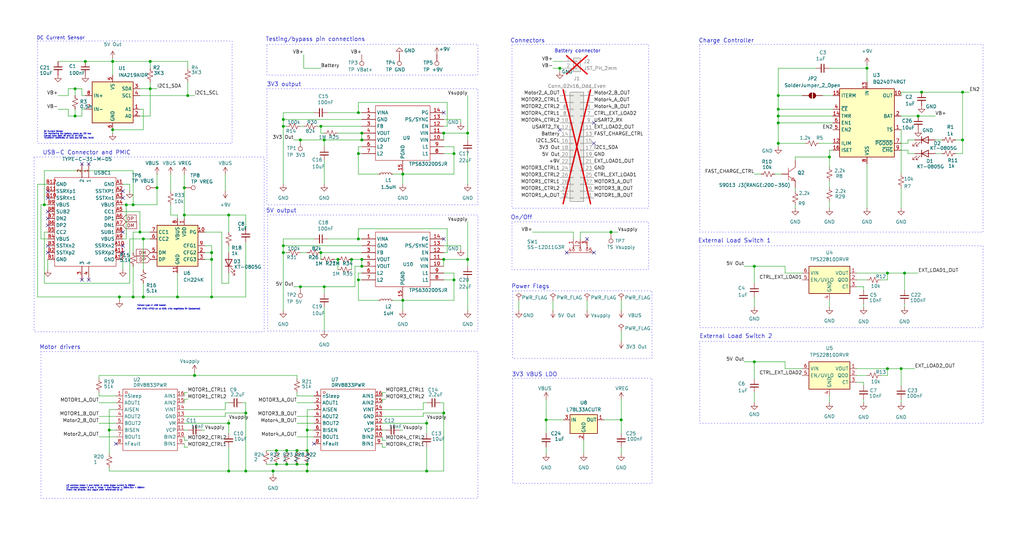
<source format=kicad_sch>
(kicad_sch (version 20250114) (generator "eeschema") (generator_version "9.0")
  (paper "User" 381 203.2)
  (title_block (title "Power Subsystem") (date "2025-03-19") (rev "v1") (company "UCT") (comment 1 "Michael Smith") (comment 2 "Michael Lighton"))
  (lib_symbols
    (symbol "Battery_Management:BQ24074RGT"
      (property "Reference" "U" (at -8.89 13.97 0))
      (property "Value" "BQ24074RGT" (at 16.51 13.97 0))
      (symbol "BQ24074RGT_1_1"
        (pin input line (at -12.7 10.16 0) (length 2.54) (name "ITERM") (number "15"))
        (pin input line (at -12.7 5.08 0) (length 2.54) (name "~{CE}") (number "4"))
        (pin input line (at -12.7 2.54 0) (length 2.54) (name "TMR") (number "14"))
        (pin input line (at -12.7 0 0) (length 2.54) (name "EN1") (number "6"))
        (pin input line (at -12.7 -2.54 0) (length 2.54) (name "EN2") (number "5"))
        (pin passive line (at -12.7 -7.62 0) (length 2.54) (name "ILIM") (number "12"))
        (pin passive line (at -12.7 -10.16 0) (length 2.54) (name "ISET") (number "16"))
        (pin power_in line (at 0 15.24 270) (length 2.54) (name "IN") (number "13"))
        (pin passive line (at 0 -15.24 90) (length 2.54) (hide yes) (name "VSS") (number "17"))
        (pin power_in line (at 0 -15.24 90) (length 2.54) (name "VSS") (number "8"))
        (pin power_out line (at 12.7 10.16 180) (length 2.54) (name "OUT") (number "10"))
        (pin passive line (at 12.7 10.16 180) (length 2.54) (hide yes) (name "OUT") (number "11"))
        (pin power_out line (at 12.7 2.54 180) (length 2.54) (name "BAT") (number "2"))
        (pin passive line (at 12.7 2.54 180) (length 2.54) (hide yes) (name "BAT") (number "3"))
        (pin passive line (at 12.7 -2.54 180) (length 2.54) (name "TS") (number "1"))
        (pin open_collector line (at 12.7 -7.62 180) (length 2.54) (name "~{PGOOD}") (number "7"))
        (pin open_collector line (at 12.7 -10.16 180) (length 2.54) (name "~{CHG}") (number "9"))
      )
    )
    (symbol "Connector:TestPoint" (pin_numbers (hide yes)) (pin_names (offset 0.762) (hide yes))
      (property "Reference" "TP" (at 0 6.858 0))
      (property "Value" "TestPoint" (at 0 5.08 0))
      (symbol "TestPoint_1_1"
        (pin passive line (at 0 0 90) (length 2.54) (name "1") (number "1"))
      )
    )
    (symbol "Connector_Generic:Conn_01x02" (pin_names (offset 1.016) (hide yes))
      (property "Reference" "J" (at 0 2.54 0))
      (property "Value" "Conn_01x02" (at 0 -5.08 0))
      (symbol "Conn_01x02_1_1"
        (pin passive line (at -5.08 0 0) (length 3.81) (name "Pin_1") (number "1"))
        (pin passive line (at -5.08 -2.54 0) (length 3.81) (name "Pin_2") (number "2"))
      )
    )
    (symbol "Connector_Generic:Conn_02x16_Odd_Even" (pin_names (offset 1.016) (hide yes))
      (property "Reference" "J" (at 1.27 20.32 0))
      (property "Value" "Conn_02x16_Odd_Even" (at 1.27 -22.86 0))
      (symbol "Conn_02x16_Odd_Even_1_1"
        (pin passive line (at -5.08 17.78 0) (length 3.81) (name "Pin_1") (number "1"))
        (pin passive line (at -5.08 15.24 0) (length 3.81) (name "Pin_3") (number "3"))
        (pin passive line (at -5.08 12.7 0) (length 3.81) (name "Pin_5") (number "5"))
        (pin passive line (at -5.08 10.16 0) (length 3.81) (name "Pin_7") (number "7"))
        (pin passive line (at -5.08 7.62 0) (length 3.81) (name "Pin_9") (number "9"))
        (pin passive line (at -5.08 5.08 0) (length 3.81) (name "Pin_11") (number "11"))
        (pin passive line (at -5.08 2.54 0) (length 3.81) (name "Pin_13") (number "13"))
        (pin passive line (at -5.08 0 0) (length 3.81) (name "Pin_15") (number "15"))
        (pin passive line (at -5.08 -2.54 0) (length 3.81) (name "Pin_17") (number "17"))
        (pin passive line (at -5.08 -5.08 0) (length 3.81) (name "Pin_19") (number "19"))
        (pin passive line (at -5.08 -7.62 0) (length 3.81) (name "Pin_21") (number "21"))
        (pin passive line (at -5.08 -10.16 0) (length 3.81) (name "Pin_23") (number "23"))
        (pin passive line (at -5.08 -12.7 0) (length 3.81) (name "Pin_25") (number "25"))
        (pin passive line (at -5.08 -15.24 0) (length 3.81) (name "Pin_27") (number "27"))
        (pin passive line (at -5.08 -17.78 0) (length 3.81) (name "Pin_29") (number "29"))
        (pin passive line (at -5.08 -20.32 0) (length 3.81) (name "Pin_31") (number "31"))
        (pin passive line (at 7.62 17.78 180) (length 3.81) (name "Pin_2") (number "2"))
        (pin passive line (at 7.62 15.24 180) (length 3.81) (name "Pin_4") (number "4"))
        (pin passive line (at 7.62 12.7 180) (length 3.81) (name "Pin_6") (number "6"))
        (pin passive line (at 7.62 10.16 180) (length 3.81) (name "Pin_8") (number "8"))
        (pin passive line (at 7.62 7.62 180) (length 3.81) (name "Pin_10") (number "10"))
        (pin passive line (at 7.62 5.08 180) (length 3.81) (name "Pin_12") (number "12"))
        (pin passive line (at 7.62 2.54 180) (length 3.81) (name "Pin_14") (number "14"))
        (pin passive line (at 7.62 0 180) (length 3.81) (name "Pin_16") (number "16"))
        (pin passive line (at 7.62 -2.54 180) (length 3.81) (name "Pin_18") (number "18"))
        (pin passive line (at 7.62 -5.08 180) (length 3.81) (name "Pin_20") (number "20"))
        (pin passive line (at 7.62 -7.62 180) (length 3.81) (name "Pin_22") (number "22"))
        (pin passive line (at 7.62 -10.16 180) (length 3.81) (name "Pin_24") (number "24"))
        (pin passive line (at 7.62 -12.7 180) (length 3.81) (name "Pin_26") (number "26"))
        (pin passive line (at 7.62 -15.24 180) (length 3.81) (name "Pin_28") (number "28"))
        (pin passive line (at 7.62 -17.78 180) (length 3.81) (name "Pin_30") (number "30"))
        (pin passive line (at 7.62 -20.32 180) (length 3.81) (name "Pin_32") (number "32"))
      )
    )
    (symbol "Device:C_Small" (pin_numbers (hide yes)) (pin_names (offset 0.254) (hide yes))
      (property "Reference" "C" (at 0.254 1.778 0))
      (property "Value" "C_Small" (at 0.254 -2.032 0))
      (symbol "C_Small_1_1"
        (pin passive line (at 0 2.54 270) (length 2.032) (name "~") (number "1"))
        (pin passive line (at 0 -2.54 90) (length 2.032) (name "~") (number "2"))
      )
    )
    (symbol "Device:LED" (pin_numbers (hide yes)) (pin_names (offset 1.016) (hide yes))
      (property "Reference" "D" (at 0 2.54 0))
      (property "Value" "LED" (at 0 -2.54 0))
      (symbol "LED_1_1"
        (pin passive line (at -3.81 0 0) (length 2.54) (name "K") (number "1"))
        (pin passive line (at 3.81 0 180) (length 2.54) (name "A") (number "2"))
      )
    )
    (symbol "Device:L_Small" (pin_numbers (hide yes)) (pin_names (offset 0.254) (hide yes))
      (property "Reference" "L" (at 0.762 1.016 0))
      (property "Value" "L_Small" (at 0.762 -1.016 0))
      (symbol "L_Small_1_1"
        (pin passive line (at 0 2.54 270) (length 0.508) (name "~") (number "1"))
        (pin passive line (at 0 -2.54 90) (length 0.508) (name "~") (number "2"))
      )
    )
    (symbol "Device:R_Small_US" (pin_numbers (hide yes)) (pin_names (offset 0.254) (hide yes))
      (property "Reference" "R" (at 0.762 0.508 0))
      (property "Value" "R_Small_US" (at 0.762 -1.016 0))
      (symbol "R_Small_US_1_1"
        (pin passive line (at 0 2.54 270) (length 1.016) (name "~") (number "1"))
        (pin passive line (at 0 -2.54 90) (length 1.016) (name "~") (number "2"))
      )
    )
    (symbol "Interface_USB:CH224K"
      (property "Reference" "U" (at -7.874 -8.89 0))
      (property "Value" "CH224K" (at 3.048 -8.89 0))
      (symbol "CH224K_1_1"
        (pin bidirectional line (at -10.16 5.08 0) (length 2.54) (name "CC1") (number "7"))
        (pin bidirectional line (at -10.16 2.54 0) (length 2.54) (name "CC2") (number "6"))
        (pin bidirectional line (at -10.16 -2.54 0) (length 2.54) (name "DM") (number "5"))
        (pin bidirectional line (at -10.16 -5.08 0) (length 2.54) (name "DP") (number "4"))
        (pin passive line (at 0 10.16 270) (length 2.54) (name "VBUS") (number "8"))
        (pin power_in line (at 0 -10.16 90) (length 2.54) (name "GND") (number "11"))
        (pin power_in line (at 2.54 10.16 270) (length 2.54) (name "VDD") (number "1"))
        (pin open_collector line (at 10.16 5.08 180) (length 2.54) (name "PG") (number "10"))
        (pin passive line (at 10.16 0 180) (length 2.54) (name "CFG1") (number "9"))
        (pin passive line (at 10.16 -2.54 180) (length 2.54) (name "CFG2") (number "2"))
        (pin passive line (at 10.16 -5.08 180) (length 2.54) (name "CFG3") (number "3"))
      )
    )
    (symbol "Jumper:SolderJumper_2_Open" (pin_numbers (hide yes)) (pin_names (offset 0) (hide yes)) (exclude_from_sim yes) (in_bom no)
      (property "Reference" "JP" (at 0 2.032 0))
      (property "Value" "SolderJumper_2_Open" (at 0 -2.54 0))
      (symbol "SolderJumper_2_Open_1_1"
        (pin passive line (at -3.81 0 0) (length 2.54) (name "A") (number "1"))
        (pin passive line (at 3.81 0 180) (length 2.54) (name "B") (number "2"))
      )
    )
    (symbol "Power_Management:TPS22810DRV"
      (property "Reference" "U" (at -6.35 6.35 0))
      (property "Value" "TPS22810DRV" (at 7.62 -6.35 0))
      (symbol "TPS22810DRV_1_1"
        (pin power_in line (at -10.16 2.54 0) (length 2.54) (name "VIN") (number "6"))
        (pin input line (at -10.16 0 0) (length 2.54) (name "EN/UVLO") (number "5"))
        (pin power_in line (at 0 -7.62 90) (length 2.54) (name "GND") (number "4"))
        (pin passive line (at 0 -7.62 90) (length 2.54) (hide yes) (name "GND") (number "7"))
        (pin power_out line (at 10.16 2.54 180) (length 2.54) (name "VOUT") (number "1"))
        (pin open_collector line (at 10.16 0 180) (length 2.54) (name "QOD") (number "2"))
        (pin output line (at 10.16 -2.54 180) (length 2.54) (name "CT") (number "3"))
      )
    )
    (symbol "Regulator_Linear:L78L33_SOT89" (pin_names (offset 0.254))
      (property "Reference" "U" (at -3.81 3.175 0))
      (property "Value" "L78L33_SOT89" (at -0.635 3.175 0))
      (symbol "L78L33_SOT89_1_1"
        (pin power_in line (at -7.62 0 0) (length 2.54) (name "IN") (number "3"))
        (pin power_in line (at 0 -7.62 90) (length 2.54) (name "GND") (number "2"))
        (pin power_out line (at 7.62 0 180) (length 2.54) (name "OUT") (number "1"))
      )
    )
    (symbol "S9013 J31_S9013 J3-altium-import:root_0_S9013 J3(RANGE{colon}200-350)_" (pin_numbers (hide yes)) (pin_names (hide yes))
      (symbol "root_0_S9013 J3(RANGE{colon}200-350)__1_0"
        (pin passive line (at -2.54 0 0) (length 2.54) (name "B") (number "1"))
        (pin passive line (at 2.54 5.08 270) (length 2.54) (name "C") (number "3"))
        (pin passive line (at 2.54 -5.08 90) (length 2.54) (name "E") (number "2"))
      )
    )
    (symbol "SS-12D11G3R1_SS-12D11G3R-altium-import:root_0_SS-12D11G3R_" (pin_names (hide yes))
      (symbol "root_0_SS-12D11G3R__1_0"
        (pin passive line (at -5.08 -2.54 0) (length 2.54) (name "4") (number "4"))
        (pin passive line (at -2.54 2.54 270) (length 2.54) (name "1") (number "1"))
        (pin passive line (at 0 2.54 270) (length 2.54) (name "2") (number "2"))
        (pin passive line (at 2.54 2.54 270) (length 2.54) (name "3") (number "3"))
        (pin passive line (at 5.08 -2.54 180) (length 2.54) (name "5") (number "5"))
      )
    )
    (symbol "Sensor_Energy:INA219AxD"
      (property "Reference" "U" (at -6.35 8.89 0))
      (property "Value" "INA219AxD" (at 5.08 8.89 0))
      (symbol "INA219AxD_1_1"
        (pin input line (at -10.16 2.54 0) (length 2.54) (name "IN+") (number "8"))
        (pin input line (at -10.16 -2.54 0) (length 2.54) (name "IN-") (number "7"))
        (pin power_in line (at 0 10.16 270) (length 2.54) (name "VS") (number "5"))
        (pin power_in line (at 0 -10.16 90) (length 2.54) (name "GND") (number "6"))
        (pin bidirectional line (at 10.16 5.08 180) (length 2.54) (name "SDA") (number "3"))
        (pin input line (at 10.16 2.54 180) (length 2.54) (name "SCL") (number "4"))
        (pin input line (at 10.16 -2.54 180) (length 2.54) (name "A1") (number "1"))
        (pin input line (at 10.16 -5.08 180) (length 2.54) (name "A0") (number "2"))
      )
    )
    (symbol "TPS63020DSJR1_TPS63020DSJR-altium-import:root_0_TPS63020DSJR_"
      (symbol "root_0_TPS63020DSJR__1_0"
        (pin passive line (at -15.24 10.16 0) (length 5.08) (name "VINA") (number "1"))
        (pin passive line (at -15.24 7.62 0) (length 5.08) (name "GND") (number "2"))
        (pin passive line (at -15.24 5.08 0) (length 5.08) (name "FB") (number "3"))
        (pin passive line (at -15.24 2.54 0) (length 5.08) (name "VOUT") (number "4"))
        (pin passive line (at -15.24 0 0) (length 5.08) (name "VOUT") (number "5"))
        (pin passive line (at -15.24 -2.54 0) (length 5.08) (name "L2") (number "6"))
        (pin passive line (at -15.24 -5.08 0) (length 5.08) (name "L2") (number "7"))
        (pin passive line (at 0 -12.7 90) (length 5.08) (name "PGND") (number "15"))
        (pin passive line (at 15.24 10.16 180) (length 5.08) (name "PG") (number "14"))
        (pin passive line (at 15.24 7.62 180) (length 5.08) (name "PS/SYNC") (number "13"))
        (pin passive line (at 15.24 5.08 180) (length 5.08) (name "EN") (number "12"))
        (pin passive line (at 15.24 2.54 180) (length 5.08) (name "VIN") (number "11"))
        (pin passive line (at 15.24 0 180) (length 5.08) (name "VIN") (number "10"))
        (pin passive line (at 15.24 -2.54 180) (length 5.08) (name "L1") (number "9"))
        (pin passive line (at 15.24 -5.08 180) (length 5.08) (name "L1") (number "8"))
      )
    )
    (symbol "TYPE-C-31-M-051_TYPE-C-31-M-05-altium-import:root_0_TYPE-C-31-M-05_"
      (symbol "root_0_TYPE-C-31-M-05__1_0"
        (pin passive line (at -13.97 13.97 0) (length 2.54) (name "GND") (number "A1"))
        (pin passive line (at -13.97 11.43 0) (length 2.54) (name "SSTXP1") (number "A2"))
        (pin passive line (at -13.97 8.89 0) (length 2.54) (name "SSTXn1") (number "A3"))
        (pin passive line (at -13.97 6.35 0) (length 2.54) (name "VBUS") (number "A4"))
        (pin passive line (at -13.97 3.81 0) (length 2.54) (name "CC1") (number "A5"))
        (pin passive line (at -13.97 1.27 0) (length 2.54) (name "DP1") (number "A6"))
        (pin passive line (at -13.97 -1.27 0) (length 2.54) (name "DN1") (number "A7"))
        (pin passive line (at -13.97 -3.81 0) (length 2.54) (name "SUB1") (number "A8"))
        (pin passive line (at -13.97 -6.35 0) (length 2.54) (name "VBUS") (number "A9"))
        (pin passive line (at -13.97 -8.89 0) (length 2.54) (name "SSRXn2") (number "A10"))
        (pin passive line (at -13.97 -11.43 0) (length 2.54) (name "SSRXp2") (number "A11"))
        (pin passive line (at -13.97 -13.97 0) (length 2.54) (name "GND") (number "A12"))
        (pin passive line (at -1.27 21.59 270) (length 5.08) (name "1") (number "1"))
        (pin passive line (at -1.27 -21.59 90) (length 5.08) (name "4") (number "4"))
        (pin passive line (at 1.27 21.59 270) (length 5.08) (name "2") (number "2"))
        (pin passive line (at 1.27 -21.59 90) (length 5.08) (name "3") (number "3"))
        (pin passive line (at 13.97 13.97 180) (length 2.54) (name "GND") (number "B12"))
        (pin passive line (at 13.97 11.43 180) (length 2.54) (name "SSRXp1") (number "B11"))
        (pin passive line (at 13.97 8.89 180) (length 2.54) (name "SSRXn1") (number "B10"))
        (pin passive line (at 13.97 6.35 180) (length 2.54) (name "VBUS") (number "B9"))
        (pin passive line (at 13.97 3.81 180) (length 2.54) (name "SUB2") (number "B8"))
        (pin passive line (at 13.97 1.27 180) (length 2.54) (name "DN2") (number "B7"))
        (pin passive line (at 13.97 -1.27 180) (length 2.54) (name "DP2") (number "B6"))
        (pin passive line (at 13.97 -3.81 180) (length 2.54) (name "CC2") (number "B5"))
        (pin passive line (at 13.97 -6.35 180) (length 2.54) (name "VBUS") (number "B4"))
        (pin passive line (at 13.97 -8.89 180) (length 2.54) (name "SSTXn2") (number "B3"))
        (pin passive line (at 13.97 -11.43 180) (length 2.54) (name "SSTXp2") (number "B2"))
        (pin passive line (at 13.97 -13.97 180) (length 2.54) (name "GND") (number "B1"))
      )
    )
    (symbol "hbridge-altium-import:root_0_DRV8833PWR_"
      (symbol "root_0_DRV8833PWR__1_0"
        (pin passive line (at -12.7 8.89 0) (length 2.54) (name "nSleep") (number "1"))
        (pin passive line (at -12.7 6.35 0) (length 2.54) (name "AOUT1") (number "2"))
        (pin passive line (at -12.7 3.81 0) (length 2.54) (name "AISEN") (number "3"))
        (pin passive line (at -12.7 1.27 0) (length 2.54) (name "AOUT2") (number "4"))
        (pin passive line (at -12.7 -1.27 0) (length 2.54) (name "BOUT2") (number "5"))
        (pin passive line (at -12.7 -3.81 0) (length 2.54) (name "BISEN") (number "6"))
        (pin passive line (at -12.7 -6.35 0) (length 2.54) (name "BOUT1") (number "7"))
        (pin passive line (at -12.7 -8.89 0) (length 2.54) (name "nFault") (number "8"))
        (pin passive line (at 12.7 8.89 180) (length 2.54) (name "AIN1") (number "16"))
        (pin passive line (at 12.7 6.35 180) (length 2.54) (name "AIN2") (number "15"))
        (pin passive line (at 12.7 3.81 180) (length 2.54) (name "VINT") (number "14"))
        (pin passive line (at 12.7 1.27 180) (length 2.54) (name "GND") (number "13"))
        (pin passive line (at 12.7 -1.27 180) (length 2.54) (name "VM") (number "12"))
        (pin passive line (at 12.7 -3.81 180) (length 2.54) (name "VCP") (number "11"))
        (pin passive line (at 12.7 -6.35 180) (length 2.54) (name "BIN2") (number "10"))
        (pin passive line (at 12.7 -8.89 180) (length 2.54) (name "BIN1") (number "9"))
      )
    )
    (symbol "power:+9V" (power) (pin_numbers (hide yes)) (pin_names (offset 0) (hide yes))
      (property "Value" "+9V" (at 0 3.556 0))
      (symbol "+9V_1_1"
        (pin power_in line (at 0 0 90) (length 0) (name "~") (number "1"))
      )
    )
    (symbol "power:GND" (power) (pin_numbers (hide yes)) (pin_names (offset 0) (hide yes))
      (property "Value" "GND" (at 0 -3.81 0))
      (symbol "GND_1_1"
        (pin power_in line (at 0 0 270) (length 0) (name "~") (number "1"))
      )
    )
    (symbol "power:PWR_FLAG" (power) (pin_numbers (hide yes)) (pin_names (offset 0) (hide yes))
      (property "Value" "PWR_FLAG" (at 0 3.81 0))
      (symbol "PWR_FLAG_0_0"
        (pin power_out line (at 0 0 90) (length 0) (name "~") (number "1"))
      )
    )
    (symbol "power:VCC" (power) (pin_numbers (hide yes)) (pin_names (offset 0) (hide yes))
      (property "Value" "VCC" (at 0 3.556 0))
      (symbol "VCC_1_1"
        (pin power_in line (at 0 0 90) (length 0) (name "~") (number "1"))
      )
    )
  )
  (rectangle (start 260.35 91.44) (end 365.76 121.92) (stroke (width 0.254) (type dot) (color 74 68 255 1)))
  (rectangle (start 260.35 16.51) (end 365.76 86.36) (stroke (width 0.254) (type dot) (color 74 68 255 1)))
  (rectangle (start 190.754 108.204) (end 242.57 133.35) (stroke (width 0.254) (type dot) (color 74 68 255 1)))
  (rectangle (start 13.97 15.24) (end 86.36 53.34) (stroke (width 0.254) (type dot) (color 74 68 255 1)))
  (rectangle (start 15.24 130.81) (end 177.8 185.42) (stroke (width 0.254) (type dot) (color 74 68 255 1)))
  (rectangle (start 99.314 33.02) (end 177.8 76.2) (stroke (width 0.254) (type dot) (color 74 68 255 1)))
  (rectangle (start 99.314 16.51) (end 177.8 27.94) (stroke (width 0.254) (type dot) (color 74 68 255 1)))
  (rectangle (start 190.5 16.51) (end 241.3 77.47) (stroke (width 0.254) (type dot) (color 74 68 255 1)))
  (rectangle (start 12.7 58.42) (end 98.298 123.444) (stroke (width 0.254) (type dot) (color 74 68 255 1)))
  (rectangle (start 260.35 127) (end 365.76 157.48) (stroke (width 0.254) (type dot) (color 74 68 255 1)))
  (rectangle (start 190.5 82.55) (end 241.3 100.33) (stroke (width 0.254) (type dot) (color 74 68 255 1)))
  (rectangle (start 99.568 80.01) (end 177.8 123.19) (stroke (width 0.254) (type dot) (color 74 68 255 1)))
  (rectangle (start 190.754 140.716) (end 242.57 179.832) (stroke (width 0.254) (type dot) (color 74 68 255 1)))
  (text "Battery connector\n" (exclude_from_sim yes) (at 214.884 19.05 0) (effects (font (size 1.27 1.27))))
  (text "3V3 VBUS LDO\n" (at 198.882 139.446 0) (effects (font (size 1.524 1.524))))
  (text "U2 controls motor 1 and motor 2, rated motor current is 200mA\nU7 controls motors 3 and 4, Ichop = Vref/Rsense = 200m/0.4 = 500mA\nCheck the pinouts, very vague when referenced to uC\n" (at 24.638 181.61 0) (effects (font (size 0.508 0.508)) (justify left)))
  (text "DC Current Sensor" (at 22.606 14.224 0) (effects (font (size 1.27 1.27))))
  (text "External Load Switch 2\n" (at 273.812 125.222 0) (effects (font (size 1.524 1.524))))
  (text "Connectors" (at 196.342 15.24 0) (effects (font (size 1.524 1.524))))
  (text "DC Current Sensor\nFor monitoring the battery, place on I2C bus \nCannot have both A0 and A1 on GND\n*CURRENT ADDRESS: A1 GND and A0 SDA, 0x40" (at 16.256 50.292 0) (effects (font (size 0.508 0.508)) (justify left)))
  (text "Power Flags\n" (at 197.358 106.68 0) (effects (font (size 1.524 1.524))))
  (text "Motor drivers" (at 22.352 129.286 0) (effects (font (size 1.524 1.524))))
  (text "Charge Controller" (at 270.256 15.24 0) (effects (font (size 1.524 1.524))))
  (text "Female type-C USB header\n" (at 56.388 113.792 0) (effects (font (size 0.508 0.508))))
  (text "3V3 output\n" (at 105.664 31.496 0) (effects (font (size 1.524 1.524))))
  (text "On/Off\n" (at 194.056 81.026 0) (effects (font (size 1.524 1.524))))
  (text "5V output\n" (at 104.648 78.486 0) (effects (font (size 1.524 1.524))))
  (text "Testing/bypass pin connections" (at 117.348 14.732 0) (effects (font (size 1.524 1.524))))
  (text "With CFG1-CFG3 all at GND, chip negotiates 9V (datasheet)" (at 62.738 115.062 0) (effects (font (size 0.508 0.508))))
  (text "External Load Switch 1\n" (at 273.304 89.662 0) (effects (font (size 1.524 1.524))))
  (text "USB-C Connector and PMIC" (at 32.258 56.896 0) (effects (font (size 1.524 1.524))))
  (junction (at 289.56 53.34))
  (junction (at 78.74 96.52))
  (junction (at 149.86 64.77))
  (junction (at 149.86 111.76))
  (junction (at 133.35 41.91))
  (junction (at 91.44 175.26))
  (junction (at 133.35 104.14))
  (junction (at 289.56 43.18))
  (junction (at 110.49 172.72))
  (junction (at 133.35 88.9))
  (junction (at 289.56 40.64))
  (junction (at 308.61 58.42))
  (junction (at 158.75 157.48))
  (junction (at 31.75 22.86))
  (junction (at 110.49 167.64))
  (junction (at 341.63 43.18))
  (junction (at 114.3 175.26))
  (junction (at 134.62 52.07))
  (junction (at 280.67 99.06))
  (junction (at 102.87 167.64))
  (junction (at 208.28 25.4))
  (junction (at 40.64 160.02))
  (junction (at 134.62 96.52))
  (junction (at 203.2 156.21))
  (junction (at 114.3 167.64))
  (junction (at 111.76 106.68))
  (junction (at 335.28 137.16))
  (junction (at 72.39 139.7))
  (junction (at 168.91 104.14))
  (junction (at 44.45 110.49))
  (junction (at 16.51 76.2))
  (junction (at 165.1 153.67))
  (junction (at 114.3 172.72))
  (junction (at 280.67 134.62))
  (junction (at 114.3 160.02))
  (junction (at 105.41 44.45))
  (junction (at 133.35 57.15))
  (junction (at 55.88 22.86))
  (junction (at 358.14 52.07))
  (junction (at 130.81 96.52))
  (junction (at 85.09 80.01))
  (junction (at 105.41 91.44))
  (junction (at 158.75 175.26))
  (junction (at 134.62 49.53))
  (junction (at 120.65 52.07))
  (junction (at 46.99 76.2))
  (junction (at 68.58 80.01))
  (junction (at 53.34 88.9))
  (junction (at 330.2 101.6))
  (junction (at 78.74 93.98))
  (junction (at 173.99 96.52))
  (junction (at 105.41 93.98))
  (junction (at 106.68 172.72))
  (junction (at 322.58 25.4))
  (junction (at 69.85 35.56))
  (junction (at 134.62 99.06))
  (junction (at 91.44 153.67))
  (junction (at 111.76 52.07))
  (junction (at 58.42 69.85))
  (junction (at 105.41 46.99))
  (junction (at 125.73 96.52))
  (junction (at 66.04 110.49))
  (junction (at 173.99 49.53))
  (junction (at 289.56 45.72))
  (junction (at 49.53 76.2))
  (junction (at 55.88 33.02))
  (junction (at 358.14 34.29))
  (junction (at 231.14 156.21))
  (junction (at 342.9 34.29))
  (junction (at 27.94 43.18))
  (junction (at 27.94 33.02))
  (junction (at 119.38 93.98))
  (junction (at 330.2 137.16))
  (junction (at 78.74 110.49))
  (junction (at 85.09 157.48))
  (junction (at 168.91 57.15))
  (junction (at 102.87 172.72))
  (junction (at 165.1 96.52))
  (junction (at 227.33 86.36))
  (junction (at 68.58 69.85))
  (junction (at 41.91 22.86))
  (junction (at 119.38 46.99))
  (junction (at 52.07 86.36))
  (junction (at 289.56 35.56))
  (junction (at 120.65 106.68))
  (junction (at 165.1 49.53))
  (junction (at 41.91 48.26))
  (junction (at 106.68 167.64))
  (junction (at 336.55 101.6))
  (junction (at 49.53 110.49))
  (junction (at 53.34 110.49))
  (junction (at 101.6 175.26))
  (junction (at 85.09 175.26))
  (no_connect (at 17.78 73.66))
  (no_connect (at 17.78 83.82))
  (no_connect (at 116.84 165.1))
  (no_connect (at 210.82 93.98))
  (no_connect (at 17.78 81.28))
  (no_connect (at 208.28 48.26))
  (no_connect (at 45.72 93.98))
  (no_connect (at 43.18 165.1))
  (no_connect (at 45.72 91.44))
  (no_connect (at 218.44 88.9))
  (no_connect (at 17.78 93.98))
  (no_connect (at 165.1 41.91))
  (no_connect (at 45.72 86.36))
  (no_connect (at 30.48 104.14))
  (no_connect (at 220.98 53.34))
  (no_connect (at 17.78 91.44))
  (no_connect (at 165.1 88.9))
  (no_connect (at 33.02 60.96))
  (no_connect (at 17.78 71.12))
  (no_connect (at 45.72 73.66))
  (no_connect (at 33.02 104.14))
  (no_connect (at 30.48 60.96))
  (no_connect (at 220.98 93.98))
  (no_connect (at 220.98 45.72))
  (no_connect (at 17.78 78.74))
  (no_connect (at 45.72 71.12))
  (wire (pts (xy 231.14 111.76) (xy 231.14 115.57)))
  (wire (pts (xy 203.2 156.21) (xy 209.55 156.21)))
  (wire (pts (xy 78.74 96.52) (xy 78.74 110.49)))
  (wire (pts (xy 16.51 86.36) (xy 16.51 105.41)))
  (wire (pts (xy 110.49 147.32) (xy 110.49 146.05)))
  (wire (pts (xy 166.37 38.1) (xy 133.35 38.1)))
  (wire (pts (xy 44.45 110.49) (xy 49.53 110.49)))
  (wire (pts (xy 289.56 40.64) (xy 289.56 43.18)))
  (wire (pts (xy 36.83 147.32) (xy 36.83 146.05)))
  (wire (pts (xy 52.07 86.36) (xy 55.88 86.36)))
  (wire (pts (xy 40.64 160.02) (xy 43.18 160.02)))
  (wire (pts (xy 40.64 175.26) (xy 85.09 175.26)))
  (wire (pts (xy 114.3 172.72) (xy 114.3 175.26)))
  (wire (pts (xy 217.17 163.83) (xy 217.17 168.91)))
  (wire (pts (xy 21.59 35.56) (xy 25.4 35.56)))
  (wire (pts (xy 45.72 96.52) (xy 45.72 100.33)))
  (wire (pts (xy 173.99 96.52) (xy 173.99 99.06)))
  (wire (pts (xy 289.56 35.56) (xy 298.45 35.56)))
  (wire (pts (xy 289.56 45.72) (xy 309.88 45.72)))
  (wire (pts (xy 52.07 33.02) (xy 55.88 33.02)))
  (wire (pts (xy 355.6 57.15) (xy 358.14 57.15)))
  (wire (pts (xy 133.35 88.9) (xy 134.62 88.9)))
  (wire (pts (xy 78.74 93.98) (xy 78.74 96.52)))
  (wire (pts (xy 280.67 134.62) (xy 292.1 134.62)))
  (wire (pts (xy 335.28 148.59) (xy 335.28 149.86)))
  (wire (pts (xy 321.31 106.68) (xy 321.31 107.95)))
  (wire (pts (xy 76.2 96.52) (xy 78.74 96.52)))
  (wire (pts (xy 142.24 148.59) (xy 143.51 148.59)))
  (wire (pts (xy 105.41 88.9) (xy 116.84 88.9)))
  (wire (pts (xy 142.24 157.48) (xy 158.75 157.48)))
  (wire (pts (xy 13.97 68.58) (xy 17.78 68.58)))
  (wire (pts (xy 133.35 41.91) (xy 134.62 41.91)))
  (wire (pts (xy 158.75 156.21) (xy 158.75 157.48)))
  (wire (pts (xy 318.77 137.16) (xy 330.2 137.16)))
  (wire (pts (xy 308.61 67.31) (xy 308.61 69.85)))
  (wire (pts (xy 208.28 25.4) (xy 209.55 25.4)))
  (wire (pts (xy 308.61 111.76) (xy 308.61 114.3)))
  (wire (pts (xy 330.2 137.16) (xy 330.2 139.7)))
  (wire (pts (xy 165.1 44.45) (xy 171.45 44.45)))
  (wire (pts (xy 231.14 148.59) (xy 231.14 156.21)))
  (wire (pts (xy 298.45 101.6) (xy 292.1 101.6)))
  (wire (pts (xy 292.1 101.6) (xy 292.1 99.06)))
  (wire (pts (xy 121.92 88.9) (xy 133.35 88.9)))
  (wire (pts (xy 119.38 93.98) (xy 134.62 93.98)))
  (wire (pts (xy 68.58 69.85) (xy 68.58 80.01)))
  (wire (pts (xy 193.04 111.76) (xy 193.04 115.57)))
  (wire (pts (xy 335.28 137.16) (xy 340.36 137.16)))
  (wire (pts (xy 165.1 153.67) (xy 165.1 175.26)))
  (wire (pts (xy 36.83 139.7) (xy 36.83 140.97)))
  (wire (pts (xy 91.44 153.67) (xy 91.44 175.26)))
  (wire (pts (xy 85.09 101.6) (xy 85.09 105.41)))
  (wire (pts (xy 149.86 64.77) (xy 168.91 64.77)))
  (wire (pts (xy 110.49 162.56) (xy 116.84 162.56)))
  (wire (pts (xy 119.38 93.98) (xy 119.38 96.52)))
  (wire (pts (xy 30.48 40.64) (xy 30.48 43.18)))
  (wire (pts (xy 55.88 33.02) (xy 58.42 33.02)))
  (wire (pts (xy 295.91 58.42) (xy 308.61 58.42)))
  (wire (pts (xy 16.51 76.2) (xy 16.51 63.5)))
  (wire (pts (xy 30.48 35.56) (xy 31.75 35.56)))
  (wire (pts (xy 163.83 149.86) (xy 165.1 149.86)))
  (wire (pts (xy 78.74 110.49) (xy 66.04 110.49)))
  (wire (pts (xy 337.82 57.15) (xy 340.36 57.15)))
  (wire (pts (xy 109.22 106.68) (xy 111.76 106.68)))
  (wire (pts (xy 106.68 167.64) (xy 110.49 167.64)))
  (wire (pts (xy 49.53 76.2) (xy 58.42 76.2)))
  (wire (pts (xy 158.75 166.37) (xy 158.75 175.26)))
  (wire (pts (xy 173.99 82.55) (xy 173.99 96.52)))
  (wire (pts (xy 133.35 85.09) (xy 133.35 88.9)))
  (wire (pts (xy 280.67 99.06) (xy 280.67 105.41)))
  (wire (pts (xy 322.58 60.96) (xy 322.58 77.47)))
  (wire (pts (xy 205.74 22.86) (xy 209.55 22.86)))
  (wire (pts (xy 213.36 86.36) (xy 213.36 88.9)))
  (wire (pts (xy 85.09 105.41) (xy 82.55 105.41)))
  (wire (pts (xy 76.2 86.36) (xy 82.55 86.36)))
  (wire (pts (xy 322.58 25.4) (xy 322.58 30.48)))
  (wire (pts (xy 306.07 35.56) (xy 309.88 35.56)))
  (wire (pts (xy 124.46 96.52) (xy 125.73 96.52)))
  (wire (pts (xy 342.9 34.29) (xy 358.14 34.29)))
  (wire (pts (xy 330.2 101.6) (xy 330.2 104.14)))
  (wire (pts (xy 166.37 85.09) (xy 133.35 85.09)))
  (wire (pts (xy 68.58 154.94) (xy 83.82 154.94)))
  (wire (pts (xy 85.09 80.01) (xy 91.44 80.01)))
  (wire (pts (xy 85.09 175.26) (xy 91.44 175.26)))
  (wire (pts (xy 336.55 101.6) (xy 336.55 107.95)))
  (wire (pts (xy 114.3 160.02) (xy 116.84 160.02)))
  (wire (pts (xy 335.28 53.34) (xy 337.82 53.34)))
  (wire (pts (xy 355.6 52.07) (xy 358.14 52.07)))
  (wire (pts (xy 120.65 52.07) (xy 134.62 52.07)))
  (wire (pts (xy 298.45 137.16) (xy 292.1 137.16)))
  (wire (pts (xy 41.91 48.26) (xy 53.34 48.26)))
  (wire (pts (xy 142.24 152.4) (xy 157.48 152.4)))
  (wire (pts (xy 15.24 76.2) (xy 15.24 88.9)))
  (wire (pts (xy 165.1 46.99) (xy 166.37 46.99)))
  (wire (pts (xy 41.91 22.86) (xy 55.88 22.86)))
  (wire (pts (xy 49.53 99.06) (xy 49.53 110.49)))
  (wire (pts (xy 330.2 137.16) (xy 335.28 137.16)))
  (wire (pts (xy 140.97 111.76) (xy 133.35 111.76)))
  (wire (pts (xy 289.56 53.34) (xy 289.56 54.61)))
  (wire (pts (xy 102.87 167.64) (xy 106.68 167.64)))
  (wire (pts (xy 101.6 175.26) (xy 114.3 175.26)))
  (wire (pts (xy 25.4 40.64) (xy 25.4 43.18)))
  (wire (pts (xy 91.44 80.01) (xy 91.44 85.09)))
  (wire (pts (xy 132.08 99.06) (xy 134.62 99.06)))
  (wire (pts (xy 171.45 91.44) (xy 171.45 92.71)))
  (wire (pts (xy 119.38 46.99) (xy 134.62 46.99)))
  (wire (pts (xy 168.91 111.76) (xy 168.91 104.14)))
  (wire (pts (xy 318.77 104.14) (xy 322.58 104.14)))
  (wire (pts (xy 99.06 172.72) (xy 102.87 172.72)))
  (wire (pts (xy 27.94 40.64) (xy 27.94 43.18)))
  (wire (pts (xy 105.41 46.99) (xy 106.68 46.99)))
  (wire (pts (xy 76.2 93.98) (xy 78.74 93.98)))
  (wire (pts (xy 341.63 43.18) (xy 347.98 43.18)))
  (wire (pts (xy 40.64 160.02) (xy 40.64 152.4)))
  (wire (pts (xy 85.09 157.48) (xy 85.09 161.29)))
  (wire (pts (xy 203.2 166.37) (xy 203.2 168.91)))
  (wire (pts (xy 318.77 142.24) (xy 321.31 142.24)))
  (wire (pts (xy 111.76 93.98) (xy 114.3 93.98)))
  (wire (pts (xy 142.24 162.56) (xy 142.24 163.83)))
  (wire (pts (xy 66.04 80.01) (xy 66.04 81.28)))
  (wire (pts (xy 295.91 76.2) (xy 295.91 77.47)))
  (wire (pts (xy 40.64 152.4) (xy 43.18 152.4)))
  (wire (pts (xy 309.88 55.88) (xy 308.61 55.88)))
  (wire (pts (xy 85.09 80.01) (xy 85.09 86.36)))
  (wire (pts (xy 149.86 111.76) (xy 168.91 111.76)))
  (wire (pts (xy 16.51 105.41) (xy 48.26 105.41)))
  (wire (pts (xy 327.66 104.14) (xy 330.2 104.14)))
  (wire (pts (xy 205.74 111.76) (xy 205.74 115.57)))
  (wire (pts (xy 335.28 69.85) (xy 335.28 77.47)))
  (wire (pts (xy 132.08 106.68) (xy 132.08 99.06)))
  (wire (pts (xy 83.82 153.67) (xy 91.44 153.67)))
  (wire (pts (xy 48.26 71.12) (xy 48.26 68.58)))
  (wire (pts (xy 116.84 147.32) (xy 110.49 147.32)))
  (wire (pts (xy 166.37 46.99) (xy 166.37 38.1)))
  (wire (pts (xy 41.91 22.86) (xy 41.91 27.94)))
  (wire (pts (xy 106.68 172.72) (xy 110.49 172.72)))
  (wire (pts (xy 142.24 165.1) (xy 142.24 166.37)))
  (wire (pts (xy 289.56 43.18) (xy 289.56 45.72)))
  (wire (pts (xy 173.99 35.56) (xy 173.99 49.53)))
  (wire (pts (xy 335.28 43.18) (xy 341.63 43.18)))
  (wire (pts (xy 16.51 76.2) (xy 15.24 76.2)))
  (wire (pts (xy 83.82 149.86) (xy 83.82 152.4)))
  (wire (pts (xy 48.26 88.9) (xy 53.34 88.9)))
  (wire (pts (xy 130.81 96.52) (xy 134.62 96.52)))
  (wire (pts (xy 336.55 101.6) (xy 341.63 101.6)))
  (wire (pts (xy 68.58 64.77) (xy 68.58 69.85)))
  (wire (pts (xy 149.86 111.76) (xy 149.86 115.57)))
  (wire (pts (xy 55.88 22.86) (xy 55.88 25.4)))
  (wire (pts (xy 308.61 55.88) (xy 308.61 58.42)))
  (wire (pts (xy 45.72 76.2) (xy 46.99 76.2)))
  (wire (pts (xy 335.28 137.16) (xy 335.28 143.51)))
  (wire (pts (xy 78.74 91.44) (xy 78.74 93.98)))
  (wire (pts (xy 40.64 175.26) (xy 40.64 173.99)))
  (wire (pts (xy 280.67 99.06) (xy 292.1 99.06)))
  (wire (pts (xy 114.3 175.26) (xy 158.75 175.26)))
  (wire (pts (xy 52.07 78.74) (xy 52.07 86.36)))
  (wire (pts (xy 102.87 172.72) (xy 106.68 172.72)))
  (wire (pts (xy 142.24 160.02) (xy 143.51 160.02)))
  (wire (pts (xy 142.24 163.83) (xy 143.51 163.83)))
  (wire (pts (xy 215.9 86.36) (xy 215.9 88.9)))
  (wire (pts (xy 44.45 110.49) (xy 44.45 111.76)))
  (wire (pts (xy 133.35 38.1) (xy 133.35 41.91)))
  (wire (pts (xy 289.56 45.72) (xy 289.56 53.34)))
  (wire (pts (xy 17.78 86.36) (xy 16.51 86.36)))
  (wire (pts (xy 118.11 46.99) (xy 119.38 46.99)))
  (wire (pts (xy 289.56 43.18) (xy 309.88 43.18)))
  (wire (pts (xy 30.48 35.56) (xy 30.48 33.02)))
  (wire (pts (xy 31.75 22.86) (xy 41.91 22.86)))
  (wire (pts (xy 36.83 149.86) (xy 43.18 149.86)))
  (wire (pts (xy 308.61 25.4) (xy 322.58 25.4)))
  (wire (pts (xy 68.58 152.4) (xy 83.82 152.4)))
  (wire (pts (xy 68.58 162.56) (xy 68.58 163.83)))
  (wire (pts (xy 114.3 160.02) (xy 114.3 152.4)))
  (wire (pts (xy 82.55 105.41) (xy 82.55 86.36)))
  (wire (pts (xy 158.75 175.26) (xy 165.1 175.26)))
  (wire (pts (xy 215.9 86.36) (xy 227.33 86.36)))
  (wire (pts (xy 121.92 41.91) (xy 133.35 41.91)))
  (wire (pts (xy 105.41 68.58) (xy 105.41 46.99)))
  (wire (pts (xy 166.37 93.98) (xy 166.37 85.09)))
  (wire (pts (xy 36.83 162.56) (xy 43.18 162.56)))
  (wire (pts (xy 335.28 35.56) (xy 335.28 34.29)))
  (wire (pts (xy 52.07 35.56) (xy 69.85 35.56)))
  (wire (pts (xy 227.33 86.36) (xy 229.87 86.36)))
  (wire (pts (xy 149.86 64.77) (xy 149.86 68.58)))
  (wire (pts (xy 17.78 96.52) (xy 17.78 100.33)))
  (wire (pts (xy 40.64 160.02) (xy 40.64 168.91)))
  (wire (pts (xy 111.76 46.99) (xy 113.03 46.99)))
  (wire (pts (xy 133.35 64.77) (xy 133.35 57.15)))
  (wire (pts (xy 321.31 142.24) (xy 321.31 143.51)))
  (wire (pts (xy 90.17 149.86) (xy 91.44 149.86)))
  (wire (pts (xy 157.48 153.67) (xy 165.1 153.67)))
  (wire (pts (xy 45.72 88.9) (xy 46.99 88.9)))
  (wire (pts (xy 358.14 34.29) (xy 358.14 52.07)))
  (wire (pts (xy 68.58 80.01) (xy 68.58 81.28)))
  (wire (pts (xy 53.34 105.41) (xy 53.34 110.49)))
  (wire (pts (xy 292.1 137.16) (xy 292.1 134.62)))
  (wire (pts (xy 91.44 149.86) (xy 91.44 153.67)))
  (wire (pts (xy 69.85 35.56) (xy 72.39 35.56)))
  (wire (pts (xy 43.18 147.32) (xy 36.83 147.32)))
  (wire (pts (xy 110.49 139.7) (xy 110.49 140.97)))
  (wire (pts (xy 36.83 154.94) (xy 43.18 154.94)))
  (wire (pts (xy 198.12 86.36) (xy 213.36 86.36)))
  (wire (pts (xy 46.99 76.2) (xy 49.53 76.2)))
  (wire (pts (xy 83.82 154.94) (xy 83.82 153.67)))
  (wire (pts (xy 295.91 59.69) (xy 295.91 58.42)))
  (wire (pts (xy 110.49 154.94) (xy 116.84 154.94)))
  (wire (pts (xy 133.35 111.76) (xy 133.35 104.14)))
  (wire (pts (xy 113.03 20.32) (xy 113.03 25.4)))
  (wire (pts (xy 289.56 25.4) (xy 303.53 25.4)))
  (wire (pts (xy 110.49 172.72) (xy 114.3 172.72)))
  (wire (pts (xy 165.1 91.44) (xy 171.45 91.44)))
  (wire (pts (xy 280.67 134.62) (xy 280.67 140.97)))
  (wire (pts (xy 133.35 104.14) (xy 134.62 104.14)))
  (wire (pts (xy 165.1 149.86) (xy 165.1 153.67)))
  (wire (pts (xy 119.38 49.53) (xy 120.65 49.53)))
  (wire (pts (xy 68.58 147.32) (xy 68.58 146.05)))
  (wire (pts (xy 168.91 104.14) (xy 168.91 101.6)))
  (wire (pts (xy 68.58 160.02) (xy 69.85 160.02)))
  (wire (pts (xy 105.41 91.44) (xy 105.41 93.98)))
  (wire (pts (xy 72.39 139.7) (xy 110.49 139.7)))
  (wire (pts (xy 146.05 64.77) (xy 149.86 64.77)))
  (wire (pts (xy 142.24 154.94) (xy 157.48 154.94)))
  (wire (pts (xy 337.82 55.88) (xy 337.82 57.15)))
  (wire (pts (xy 49.53 86.36) (xy 52.07 86.36)))
  (wire (pts (xy 165.1 96.52) (xy 165.1 99.06)))
  (wire (pts (xy 168.91 54.61) (xy 165.1 54.61)))
  (wire (pts (xy 91.44 175.26) (xy 101.6 175.26)))
  (wire (pts (xy 134.62 96.52) (xy 134.62 99.06)))
  (wire (pts (xy 63.5 76.2) (xy 63.5 80.01)))
  (wire (pts (xy 142.24 146.05) (xy 143.51 146.05)))
  (wire (pts (xy 133.35 54.61) (xy 133.35 57.15)))
  (wire (pts (xy 336.55 113.03) (xy 336.55 114.3)))
  (wire (pts (xy 203.2 156.21) (xy 203.2 161.29)))
  (wire (pts (xy 134.62 101.6) (xy 133.35 101.6)))
  (wire (pts (xy 308.61 147.32) (xy 308.61 149.86)))
  (wire (pts (xy 158.75 149.86) (xy 157.48 149.86)))
  (wire (pts (xy 119.38 46.99) (xy 119.38 49.53)))
  (wire (pts (xy 105.41 115.57) (xy 105.41 93.98)))
  (wire (pts (xy 17.78 76.2) (xy 16.51 76.2)))
  (wire (pts (xy 85.09 166.37) (xy 85.09 175.26)))
  (wire (pts (xy 358.14 52.07) (xy 358.14 57.15)))
  (wire (pts (xy 120.65 106.68) (xy 132.08 106.68)))
  (wire (pts (xy 49.53 110.49) (xy 53.34 110.49)))
  (wire (pts (xy 304.8 53.34) (xy 309.88 53.34)))
  (wire (pts (xy 45.72 68.58) (xy 48.26 68.58)))
  (wire (pts (xy 114.3 152.4) (xy 116.84 152.4)))
  (wire (pts (xy 134.62 54.61) (xy 133.35 54.61)))
  (wire (pts (xy 52.07 40.64) (xy 53.34 40.64)))
  (wire (pts (xy 173.99 57.15) (xy 173.99 68.58)))
  (wire (pts (xy 49.53 63.5) (xy 49.53 76.2)))
  (wire (pts (xy 165.1 96.52) (xy 173.99 96.52)))
  (wire (pts (xy 289.56 53.34) (xy 299.72 53.34)))
  (wire (pts (xy 203.2 148.59) (xy 203.2 156.21)))
  (wire (pts (xy 134.62 49.53) (xy 134.62 52.07)))
  (wire (pts (xy 171.45 44.45) (xy 171.45 45.72)))
  (wire (pts (xy 335.28 34.29) (xy 342.9 34.29)))
  (wire (pts (xy 120.65 59.69) (xy 120.65 68.58)))
  (wire (pts (xy 335.28 48.26) (xy 335.28 64.77)))
  (wire (pts (xy 295.91 69.85) (xy 295.91 71.12)))
  (wire (pts (xy 27.94 33.02) (xy 27.94 35.56)))
  (wire (pts (xy 109.22 52.07) (xy 111.76 52.07)))
  (wire (pts (xy 105.41 93.98) (xy 106.68 93.98)))
  (wire (pts (xy 85.09 156.21) (xy 85.09 157.48)))
  (wire (pts (xy 111.76 52.07) (xy 120.65 52.07)))
  (wire (pts (xy 165.1 49.53) (xy 173.99 49.53)))
  (wire (pts (xy 157.48 149.86) (xy 157.48 152.4)))
  (wire (pts (xy 105.41 91.44) (xy 134.62 91.44)))
  (wire (pts (xy 173.99 49.53) (xy 173.99 52.07)))
  (wire (pts (xy 142.24 166.37) (xy 143.51 166.37)))
  (wire (pts (xy 69.85 30.48) (xy 69.85 35.56)))
  (wire (pts (xy 105.41 46.99) (xy 105.41 44.45)))
  (wire (pts (xy 120.65 52.07) (xy 120.65 54.61)))
  (wire (pts (xy 318.77 106.68) (xy 321.31 106.68)))
  (wire (pts (xy 68.58 80.01) (xy 85.09 80.01)))
  (wire (pts (xy 120.65 106.68) (xy 120.65 109.22)))
  (wire (pts (xy 289.56 35.56) (xy 289.56 40.64)))
  (wire (pts (xy 16.51 63.5) (xy 49.53 63.5)))
  (wire (pts (xy 72.39 138.43) (xy 72.39 139.7)))
  (wire (pts (xy 15.24 88.9) (xy 17.78 88.9)))
  (wire (pts (xy 63.5 80.01) (xy 66.04 80.01)))
  (wire (pts (xy 31.75 40.64) (xy 30.48 40.64)))
  (wire (pts (xy 347.98 52.07) (xy 350.52 52.07)))
  (wire (pts (xy 49.53 93.98) (xy 49.53 86.36)))
  (wire (pts (xy 110.49 167.64) (xy 114.3 167.64)))
  (wire (pts (xy 85.09 149.86) (xy 83.82 149.86)))
  (wire (pts (xy 173.99 104.14) (xy 173.99 115.57)))
  (wire (pts (xy 53.34 88.9) (xy 53.34 100.33)))
  (wire (pts (xy 148.59 160.02) (xy 149.86 160.02)))
  (wire (pts (xy 68.58 166.37) (xy 69.85 166.37)))
  (wire (pts (xy 165.1 93.98) (xy 166.37 93.98)))
  (wire (pts (xy 308.61 74.93) (xy 308.61 77.47)))
  (wire (pts (xy 68.58 148.59) (xy 69.85 148.59)))
  (wire (pts (xy 125.73 96.52) (xy 125.73 100.33)))
  (wire (pts (xy 68.58 163.83) (xy 69.85 163.83)))
  (wire (pts (xy 27.94 43.18) (xy 30.48 43.18)))
  (wire (pts (xy 133.35 101.6) (xy 133.35 104.14)))
  (wire (pts (xy 289.56 25.4) (xy 289.56 35.56)))
  (wire (pts (xy 280.67 110.49) (xy 280.67 114.3)))
  (wire (pts (xy 280.67 64.77) (xy 283.21 64.77)))
  (wire (pts (xy 330.2 101.6) (xy 336.55 101.6)))
  (wire (pts (xy 318.77 101.6) (xy 330.2 101.6)))
  (wire (pts (xy 335.28 55.88) (xy 337.82 55.88)))
  (wire (pts (xy 157.48 154.94) (xy 157.48 153.67)))
  (wire (pts (xy 288.29 64.77) (xy 290.83 64.77)))
  (wire (pts (xy 111.76 106.68) (xy 120.65 106.68)))
  (wire (pts (xy 327.66 139.7) (xy 330.2 139.7)))
  (wire (pts (xy 68.58 165.1) (xy 68.58 166.37)))
  (wire (pts (xy 125.73 49.53) (xy 134.62 49.53)))
  (wire (pts (xy 76.2 91.44) (xy 78.74 91.44)))
  (wire (pts (xy 208.28 25.4) (xy 208.28 26.67)))
  (wire (pts (xy 133.35 57.15) (xy 134.62 57.15)))
  (wire (pts (xy 165.1 49.53) (xy 165.1 52.07)))
  (wire (pts (xy 53.34 110.49) (xy 66.04 110.49)))
  (wire (pts (xy 105.41 41.91) (xy 116.84 41.91)))
  (wire (pts (xy 25.4 33.02) (xy 27.94 33.02)))
  (wire (pts (xy 337.82 53.34) (xy 337.82 52.07)))
  (wire (pts (xy 45.72 78.74) (xy 52.07 78.74)))
  (wire (pts (xy 55.88 22.86) (xy 69.85 22.86)))
  (wire (pts (xy 74.93 160.02) (xy 76.2 160.02)))
  (wire (pts (xy 53.34 88.9) (xy 55.88 88.9)))
  (wire (pts (xy 358.14 34.29) (xy 360.68 34.29)))
  (wire (pts (xy 347.98 57.15) (xy 350.52 57.15)))
  (wire (pts (xy 25.4 33.02) (xy 25.4 35.56)))
  (wire (pts (xy 58.42 69.85) (xy 58.42 76.2)))
  (wire (pts (xy 36.83 139.7) (xy 72.39 139.7)))
  (wire (pts (xy 168.91 57.15) (xy 168.91 54.61)))
  (wire (pts (xy 276.86 134.62) (xy 280.67 134.62)))
  (wire (pts (xy 68.58 149.86) (xy 68.58 148.59)))
  (wire (pts (xy 289.56 40.64) (xy 309.88 40.64)))
  (wire (pts (xy 101.6 175.26) (xy 101.6 176.53)))
  (wire (pts (xy 110.49 157.48) (xy 116.84 157.48)))
  (wire (pts (xy 69.85 22.86) (xy 69.85 25.4)))
  (wire (pts (xy 85.09 91.44) (xy 85.09 93.98)))
  (wire (pts (xy 114.3 160.02) (xy 114.3 167.64)))
  (wire (pts (xy 318.77 139.7) (xy 322.58 139.7)))
  (wire (pts (xy 231.14 166.37) (xy 231.14 168.91)))
  (wire (pts (xy 168.91 64.77) (xy 168.91 57.15)))
  (wire (pts (xy 276.86 99.06) (xy 280.67 99.06)))
  (wire (pts (xy 280.67 146.05) (xy 280.67 149.86)))
  (wire (pts (xy 27.94 33.02) (xy 30.48 33.02)))
  (wire (pts (xy 205.74 25.4) (xy 208.28 25.4)))
  (wire (pts (xy 337.82 52.07) (xy 340.36 52.07)))
  (wire (pts (xy 53.34 40.64) (xy 53.34 48.26)))
  (wire (pts (xy 68.58 146.05) (xy 69.85 146.05)))
  (wire (pts (xy 142.24 149.86) (xy 142.24 148.59)))
  (wire (pts (xy 168.91 101.6) (xy 165.1 101.6)))
  (wire (pts (xy 146.05 111.76) (xy 149.86 111.76)))
  (wire (pts (xy 83.82 64.77) (xy 83.82 71.12)))
  (wire (pts (xy 308.61 58.42) (xy 308.61 62.23)))
  (wire (pts (xy 231.14 123.19) (xy 231.14 127)))
  (wire (pts (xy 48.26 105.41) (xy 48.26 88.9)))
  (wire (pts (xy 218.44 111.76) (xy 218.44 115.57)))
  (wire (pts (xy 36.83 157.48) (xy 43.18 157.48)))
  (wire (pts (xy 55.88 30.48) (xy 55.88 33.02)))
  (wire (pts (xy 91.44 90.17) (xy 91.44 110.49)))
  (wire (pts (xy 63.5 64.77) (xy 63.5 71.12)))
  (wire (pts (xy 68.58 157.48) (xy 85.09 157.48)))
  (wire (pts (xy 66.04 101.6) (xy 66.04 110.49)))
  (wire (pts (xy 120.65 114.3) (xy 120.65 123.19)))
  (wire (pts (xy 25.4 43.18) (xy 27.94 43.18)))
  (wire (pts (xy 21.59 40.64) (xy 25.4 40.64)))
  (wire (pts (xy 322.58 24.13) (xy 322.58 25.4)))
  (wire (pts (xy 321.31 148.59) (xy 321.31 149.86)))
  (wire (pts (xy 78.74 110.49) (xy 91.44 110.49)))
  (wire (pts (xy 140.97 64.77) (xy 133.35 64.77)))
  (wire (pts (xy 142.24 147.32) (xy 142.24 146.05)))
  (wire (pts (xy 13.97 68.58) (xy 13.97 110.49)))
  (wire (pts (xy 21.59 22.86) (xy 31.75 22.86)))
  (wire (pts (xy 105.41 41.91) (xy 105.41 44.45)))
  (wire (pts (xy 46.99 88.9) (xy 46.99 76.2)))
  (wire (pts (xy 165.1 104.14) (xy 168.91 104.14)))
  (wire (pts (xy 13.97 110.49) (xy 44.45 110.49)))
  (wire (pts (xy 99.06 167.64) (xy 102.87 167.64)))
  (wire (pts (xy 105.41 44.45) (xy 134.62 44.45)))
  (wire (pts (xy 130.81 96.52) (xy 130.81 100.33)))
  (wire (pts (xy 224.79 156.21) (xy 231.14 156.21)))
  (wire (pts (xy 165.1 57.15) (xy 168.91 57.15)))
  (wire (pts (xy 113.03 25.4) (xy 119.38 25.4)))
  (wire (pts (xy 105.41 88.9) (xy 105.41 91.44)))
  (wire (pts (xy 58.42 64.77) (xy 58.42 69.85)))
  (wire (pts (xy 41.91 48.26) (xy 41.91 49.53)))
  (wire (pts (xy 55.88 43.18) (xy 55.88 33.02)))
  (wire (pts (xy 110.49 149.86) (xy 116.84 149.86)))
  (wire (pts (xy 231.14 156.21) (xy 231.14 161.29)))
  (wire (pts (xy 41.91 21.59) (xy 41.91 22.86)))
  (wire (pts (xy 52.07 43.18) (xy 55.88 43.18)))
  (wire (pts (xy 321.31 113.03) (xy 321.31 114.3)))
  (wire (pts (xy 158.75 157.48) (xy 158.75 161.29)))
  (label "MOTOR3_A_OUT" (at 220.98 68.58 0))
  (label "Motor4_B_OUT" (at 110.49 157.48 180))
  (label "MOTOR4_CTRL2" (at 143.51 163.83 0))
  (label "Motor2_A_OUT" (at 36.83 162.56 180))
  (label "CTRL_EXT_LOAD2" (at 298.45 139.7 180))
  (label "VB+" (at 198.12 86.36 180))
  (label "MOTOR2_CTRL2" (at 208.28 40.64 180))
  (label "5V Out" (at 276.86 134.62 180))
  (label "I2C1_SDA" (at 220.98 55.88 0))
  (label "MOTOR1_A_OUT" (at 36.83 149.86 180))
  (label "MOTOR1_CTRL1" (at 69.85 146.05 0))
  (label "5V Out" (at 109.22 106.68 180))
  (label "Motor2_B_OUT" (at 220.98 35.56 0))
  (label "VB-" (at 21.59 40.64 180))
  (label "Vsupply" (at 85.09 156.21 0))
  (label "Motor2_A_OUT" (at 208.28 35.56 180))
  (label "EXT_LOAD2_OUT" (at 340.36 137.16 0))
  (label "USART2_TX" (at 208.28 48.26 180))
  (label "5V Out" (at 208.28 58.42 180))
  (label "Vsupply" (at 173.99 82.55 180))
  (label "Motor4_B_OUT" (at 220.98 40.64 0))
  (label "I2C1_SCL" (at 208.28 53.34 180))
  (label "MOTOR1_B_OUT" (at 220.98 73.66 0))
  (label "USART2_RX" (at 220.98 45.72 0))
  (label "EXT_LOAD1_OUT" (at 341.63 101.6 0))
  (label "VB+" (at 134.62 20.32 180))
  (label "Vsupply" (at 76.2 160.02 0))
  (label "3V3 Out" (at 109.22 52.07 180))
  (label "VB+" (at 21.59 35.56 180))
  (label "MOTOR4_CTRL1" (at 143.51 166.37 0))
  (label "Battery" (at 208.28 50.8 180))
  (label "MOTOR2_CTRL2" (at 69.85 163.83 0))
  (label "MOTOR3_B_OUT" (at 110.49 154.94 180))
  (label "CTRL_EXT_LOAD1" (at 220.98 66.04 0))
  (label "Battery" (at 119.38 25.4 0))
  (label "5V Out" (at 276.86 99.06 180))
  (label "MOTOR4_CTRL1" (at 208.28 43.18 180))
  (label "VB+" (at 113.03 20.32 180))
  (label "MOTOR2_CTRL1" (at 208.28 38.1 180))
  (label "MOTOR2_CTRL1" (at 69.85 166.37 0))
  (label "EN2" (at 360.68 34.29 0))
  (label "MOTOR3_CTRL1" (at 208.28 63.5 180))
  (label "Motor2_B_OUT" (at 36.83 157.48 180))
  (label "MOTOR3_CTRL2" (at 208.28 66.04 180))
  (label "I2C1_SDA" (at 58.42 33.02 0))
  (label "Motor4_A_OUT" (at 220.98 38.1 0))
  (label "I2C1_SCL" (at 72.39 35.56 0))
  (label "MOTOR1_CTRL1" (at 208.28 68.58 180))
  (label "FAST_CHARGE_CTRL" (at 220.98 50.8 0))
  (label "VB+" (at 347.98 43.18 0))
  (label "Vsupply" (at 149.86 160.02 0))
  (label "MOTOR3_B_OUT" (at 220.98 71.12 0))
  (label "Vsupply" (at 173.99 35.56 180))
  (label "Vsupply" (at 229.87 86.36 0))
  (label "CTRL_EXT_LOAD2" (at 220.98 43.18 0))
  (label "EXT_LOAD1_OUT" (at 220.98 60.96 0))
  (label "MOTOR1_B_OUT" (at 36.83 154.94 180))
  (label "Motor4_A_OUT" (at 110.49 162.56 180))
  (label "MOTOR3_CTRL1" (at 143.51 146.05 0))
  (label "GND" (at 220.98 63.5 0))
  (label "MOTOR3_A_OUT" (at 110.49 149.86 180))
  (label "CTRL_EXT_LOAD1" (at 298.45 104.14 180))
  (label "FAST_CHARGE_CTRL" (at 280.67 64.77 180))
  (label "MOTOR1_CTRL2" (at 69.85 148.59 0))
  (label "MOTOR3_CTRL2" (at 143.51 148.59 0))
  (label "VB-" (at 205.74 25.4 180))
  (label "Vsupply" (at 158.75 156.21 0))
  (label "MOTOR1_CTRL2" (at 208.28 71.12 180))
  (label "+9V" (at 208.28 60.96 180))
  (label "GND" (at 220.98 58.42 0))
  (label "MOTOR4_CTRL2" (at 208.28 45.72 180))
  (label "VB+" (at 205.74 22.86 180))
  (label "3V3 Out" (at 208.28 55.88 180))
  (label "EN2" (at 309.88 48.26 180))
  (label "MOTOR1_A_OUT" (at 208.28 73.66 180))
  (label "EXT_LOAD2_OUT" (at 220.98 48.26 0))
  (global_label "DP" (shape input) (at 45.72 81.28 0) (property "Intersheetrefs" "${INTERSHEET_REFS}" (effects (hide yes))))
  (global_label "DP" (shape input) (at 55.88 96.52 180) (property "Intersheetrefs" "${INTERSHEET_REFS}" (effects (hide yes))))
  (global_label "DM" (shape input) (at 55.88 93.98 180) (property "Intersheetrefs" "${INTERSHEET_REFS}" (effects (hide yes))))
  (global_label "DM" (shape input) (at 45.72 83.82 0) (property "Intersheetrefs" "${INTERSHEET_REFS}" (effects (hide yes))))
  (symbol (lib_id "power:VCC") (at 231.14 115.57 180) (unit 1)
    (property "Reference" "#PWR053" (effects (hide yes)))
    (property "Value" "VBUS" (at 236.22 117.348 0))
    (property "Description" "Power symbol creates a global label with name \"VCC\"" (effects (hide yes)))
  )
  (symbol (lib_id "power:GND") (at 48.26 71.12 0) (unit 1)
    (property "Reference" "#PWR021" (effects (hide yes)))
    (property "Value" "GND" (effects (hide yes)))
    (property "Description" "Power symbol creates a global label with name \"GND\" , ground" (effects (hide yes)))
  )
  (symbol (lib_id "power:VCC") (at 205.74 115.57 180) (unit 1)
    (property "Reference" "#PWR04" (effects (hide yes)))
    (property "Value" "5V Out" (at 210.82 117.348 0))
    (property "Description" "Power symbol creates a global label with name \"VCC\"" (effects (hide yes)))
  )
  (symbol (lib_id "Device:C_Small") (at 87.63 149.86 90) (unit 1)
    (property "Reference" "C9" (at 88.138 145.034 90) (effects (justify left)))
    (property "Value" "2.2uF" (at 91.186 146.812 90) (effects (justify left)))
    (property "Footprint" "Library:C0805" (effects (hide yes)))
    (property "Description" "Unpolarized capacitor, small symbol" (effects (hide yes)))
    (property "LCSC" "C377773" (effects (hide yes)))
  )
  (symbol (lib_id "power:GND") (at 335.28 77.47 0) (unit 1)
    (property "Reference" "#PWR010" (effects (hide yes)))
    (property "Value" "GND" (at 335.28 82.55 0))
    (property "Description" "Power symbol creates a global label with name \"GND\" , ground" (effects (hide yes)))
  )
  (symbol (lib_id "power:GND") (at 173.99 68.58 0) (unit 1)
    (property "Reference" "#PWR030" (effects (hide yes)))
    (property "Value" "GND" (at 173.99 73.66 0))
    (property "Description" "Power symbol creates a global label with name \"GND\" , ground" (effects (hide yes)))
  )
  (symbol (lib_id "Device:R_Small_US") (at 109.22 46.99 90) (unit 1)
    (property "Reference" "R14" (at 110.236 48.768 90) (effects (justify left)))
    (property "Value" "100k" (at 111.76 45.466 90) (effects (justify left)))
    (property "Footprint" "Library:C1206" (effects (hide yes)))
    (property "Description" "Resistor, small US symbol" (effects (hide yes)))
    (property "LCSC" "C17900" (effects (hide yes)))
  )
  (symbol (lib_id "Device:C_Small") (at 85.09 163.83 180) (unit 1)
    (property "Reference" "C10" (at 90.678 161.29 0) (effects (justify left)))
    (property "Value" "10uF" (at 91.948 163.322 0) (effects (justify left)))
    (property "Footprint" "Library:C0805" (effects (hide yes)))
    (property "Description" "Unpolarized capacitor, small symbol" (effects (hide yes)))
    (property "LCSC" "C15850" (effects (hide yes)))
  )
  (symbol (lib_id "Device:R_Small_US") (at 110.49 143.51 0) (unit 1)
    (property "Reference" "R21" (at 112.268 141.986 0) (effects (justify left)))
    (property "Value" "51k" (at 112.268 143.764 0) (effects (justify left)))
    (property "Footprint" "Library:C0805" (effects (hide yes)))
    (property "Description" "Resistor, small US symbol" (effects (hide yes)))
    (property "LCSC" "C17737" (effects (hide yes)))
  )
  (symbol (lib_id "Device:C_Small") (at 119.38 88.9 270) (unit 1)
    (property "Reference" "C18" (at 118.364 82.804 90) (effects (justify left)))
    (property "Value" "100nF" (at 118.11 85.09 90) (effects (justify left)))
    (property "Footprint" "Library:C0603" (effects (hide yes)))
    (property "Description" "Unpolarized capacitor, small symbol" (effects (hide yes)))
    (property "LCSC" "C14663" (effects (hide yes)))
  )
  (symbol (lib_id "Device:L_Small") (at 143.51 111.76 90) (unit 1)
    (property "Reference" "L2" (at 144.526 114.046 90))
    (property "Value" "1uH" (at 144.526 116.586 90))
    (property "Footprint" "Library:C0805" (effects (hide yes)))
    (property "Description" "Inductor, small symbol" (effects (hide yes)))
    (property "LCSC" "C1042" (effects (hide yes)))
  )
  (symbol (lib_id "Power_Management:TPS22810DRV") (at 308.61 139.7 0) (unit 1)
    (property "Reference" "U5" (at 308.61 129.54 0))
    (property "Value" "TPS22810DRVR" (at 308.61 132.08 0))
    (property "Footprint" "Package_SON:WSON-6-1EP_2x2mm_P0.65mm_EP1x1.6mm" (effects (hide yes)))
    (property "Datasheet" "http://www.ti.com/lit/ds/symlink/tps22810.pdf" (effects (hide yes)))
    (property "Description" "2.7-18V, 79mohms On-Resistance Load Switch With Thermal Protection, WSON-6" (effects (hide yes)))
    (property "LCSC" "C527679" (effects (hide yes)))
  )
  (symbol (lib_id "power:GND") (at 342.9 39.37 0) (unit 1)
    (property "Reference" "#PWR08" (effects (hide yes)))
    (property "Value" "GND" (at 346.456 39.624 0))
    (property "Description" "Power symbol creates a global label with name \"GND\" , ground" (effects (hide yes)))
  )
  (symbol (lib_id "power:GND") (at 280.67 149.86 0) (unit 1)
    (property "Reference" "#PWR015" (effects (hide yes)))
    (property "Value" "GND" (at 280.67 154.178 0))
    (property "Description" "Power symbol creates a global label with name \"GND\" , ground" (effects (hide yes)))
  )
  (symbol (lib_id "TYPE-C-31-M-051_TYPE-C-31-M-05-altium-import:root_0_TYPE-C-31-M-05_") (at 31.75 82.55 0) (mirror y) (unit 1)
    (property "Reference" "USBC1" (at 41.402 65.024 0) (effects (justify left bottom)))
    (property "Value" "TYPE-C-31-M-05" (at 41.656 59.944 0) (effects (justify left bottom)))
    (property "Footprint" "Library:USB-C-SMD_TYPE-C-USB-19" (effects (hide yes)))
    (property "SYMBOL" "TYPE-C-31-M-05" (effects (hide yes)))
    (property "DEVICE" "TYPE-C-31-M-05" (effects (hide yes)))
    (property "LCSC PART NAME" "Type-C 母" (effects (hide yes)))
    (property "SUPPLIER PART" "C106817" (effects (hide yes)))
    (property "MANUFACTURER" "韩国韩荣" (effects (hide yes)))
    (property "MANUFACTURER PART" "TYPE-C-31-M-05" (effects (hide yes)))
    (property "SUPPLIER FOOTPRINT" "-" (effects (hide yes)))
    (property "JLCPCB PART CLASS" "Extended Part" (effects (hide yes)))
    (property "DATASHEET" "https://atta.szlcsc.com/upload/public/pdf/source/20190321/C106817_314C5379690A7340C92A415EDBB1FC60.pdf" (effects (hide yes)))
    (property "SUPPLIER" "LCSC" (effects (hide yes)))
    (property "ADD INTO BOM" "yes" (effects (hide yes)))
    (property "CONVERT TO PCB" "yes" (effects (hide yes)))
    (property "CONNECTOR TYPE" "Type-C" (effects (hide yes)))
    (property "GENDER" "Female" (effects (hide yes)))
    (property "NUMBER OF CONTACTS" "24P" (effects (hide yes)))
    (property "NUMBER OF PORTS" "1" (effects (hide yes)))
    (property "CURRENT RATING-POWER" "5A" (effects (hide yes)))
    (property "OPERATING TEMPERATURE" "-25℃~+85℃" (effects (hide yes)))
    (property "LCSC" "C845581" (effects (hide yes)))
  )
  (symbol (lib_id "Device:C_Small") (at 306.07 25.4 270) (unit 1)
    (property "Reference" "C3" (at 304.8 19.558 90) (effects (justify left)))
    (property "Value" "1uF" (at 303.53 21.844 90) (effects (justify left)))
    (property "Footprint" "Library:C0805" (effects (hide yes)))
    (property "Description" "Unpolarized capacitor, small symbol" (effects (hide yes)))
    (property "LCSC" "C28323" (effects (hide yes)))
  )
  (symbol (lib_id "power:GND") (at 149.86 115.57 0) (unit 1)
    (property "Reference" "#PWR033" (effects (hide yes)))
    (property "Value" "GND" (at 149.86 120.65 0))
    (property "Description" "Power symbol creates a global label with name \"GND\" , ground" (effects (hide yes)))
  )
  (symbol (lib_id "Device:R_Small_US") (at 63.5 73.66 0) (unit 1)
    (property "Reference" "R33" (at 64.77 72.644 0) (effects (justify left)))
    (property "Value" "10k" (at 64.77 74.93 0) (effects (justify left)))
    (property "Footprint" "Library:C0805" (effects (hide yes)))
    (property "Description" "Resistor, small US symbol" (effects (hide yes)))
    (property "LCSC" "C17414" (effects (hide yes)))
  )
  (symbol (lib_id "power:+9V") (at 68.58 64.77 0) (unit 1)
    (property "Reference" "#PWR044" (effects (hide yes)))
    (property "Value" "VREG" (at 68.834 60.706 0))
    (property "Description" "Power symbol creates a global label with name \"+9V\"" (effects (hide yes)))
  )
  (symbol (lib_id "Device:C_Small") (at 158.75 163.83 180) (unit 1)
    (property "Reference" "C13" (at 164.338 161.29 0) (effects (justify left)))
    (property "Value" "10uF" (at 165.608 163.322 0) (effects (justify left)))
    (property "Footprint" "Library:C0805" (effects (hide yes)))
    (property "Description" "Unpolarized capacitor, small symbol" (effects (hide yes)))
    (property "LCSC" "C15850" (effects (hide yes)))
  )
  (symbol (lib_id "Device:R_Small_US") (at 53.34 102.87 0) (unit 1)
    (property "Reference" "R16" (at 54.356 106.172 0) (effects (justify left)))
    (property "Value" "5.1k" (at 54.356 108.204 0) (effects (justify left)))
    (property "Footprint" "Library:C0603" (effects (hide yes)))
    (property "Description" "Resistor, small US symbol" (effects (hide yes)))
    (property "LCSC" "C23186" (effects (hide yes)))
  )
  (symbol (lib_id "power:GND") (at 321.31 114.3 0) (unit 1)
    (property "Reference" "#PWR014" (effects (hide yes)))
    (property "Value" "GND" (at 321.31 119.634 0))
    (property "Description" "Power symbol creates a global label with name \"GND\" , ground" (effects (hide yes)))
  )
  (symbol (lib_id "Device:C_Small") (at 342.9 36.83 0) (unit 1)
    (property "Reference" "C2" (at 336.804 36.068 0) (effects (justify left)))
    (property "Value" "1uF" (at 336.804 38.608 0) (effects (justify left)))
    (property "Footprint" "Library:C0805" (effects (hide yes)))
    (property "Description" "Unpolarized capacitor, small symbol" (effects (hide yes)))
    (property "LCSC" "C28323" (effects (hide yes)))
  )
  (symbol (lib_id "power:+9V") (at 83.82 71.12 180) (unit 1)
    (property "Reference" "#PWR056" (effects (hide yes)))
    (property "Value" "+9V" (at 83.82 76.2 0))
    (property "Description" "Power symbol creates a global label with name \"+9V\"" (effects (hide yes)))
  )
  (symbol (lib_id "Device:R_Small_US") (at 295.91 73.66 0) (unit 1)
    (property "Reference" "R9" (at 296.926 75.692 0) (effects (justify left)))
    (property "Value" "2.2k" (at 297.18 71.882 0) (effects (justify left)))
    (property "Footprint" "Library:C0603" (effects (hide yes)))
    (property "Description" "Resistor, small US symbol" (effects (hide yes)))
    (property "LCSC" "C4190" (effects (hide yes)))
  )
  (symbol (lib_id "Device:R_Small_US") (at 99.06 170.18 0) (unit 1)
    (property "Reference" "R24" (at 94.488 169.164 0) (effects (justify left)))
    (property "Value" "2" (at 94.488 170.942 0) (effects (justify left)))
    (property "Footprint" "Library:C0603" (effects (hide yes)))
    (property "Description" "Resistor, small US symbol" (effects (hide yes)))
    (property "LCSC" "C22977" (effects (hide yes)))
  )
  (symbol (lib_id "power:GND") (at 171.45 45.72 0) (unit 1)
    (property "Reference" "#PWR029" (effects (hide yes)))
    (property "Value" "GND" (at 168.656 45.466 0))
    (property "Description" "Power symbol creates a global label with name \"GND\" , ground" (effects (hide yes)))
  )
  (symbol (lib_id "power:+9V") (at 63.5 64.77 0) (unit 1)
    (property "Reference" "#PWR019" (effects (hide yes)))
    (property "Value" "VBUS" (at 62.992 60.706 0))
    (property "Description" "Power symbol creates a global label with name \"+9V\"" (effects (hide yes)))
  )
  (symbol (lib_id "power:GND") (at 17.78 100.33 0) (unit 1)
    (property "Reference" "#PWR022" (effects (hide yes)))
    (property "Value" "GND" (effects (hide yes)))
    (property "Description" "Power symbol creates a global label with name \"GND\" , ground" (effects (hide yes)))
  )
  (symbol (lib_id "power:GND") (at 120.65 123.19 0) (unit 1)
    (property "Reference" "#PWR032" (effects (hide yes)))
    (property "Value" "GND" (at 120.65 128.27 0))
    (property "Description" "Power symbol creates a global label with name \"GND\" , ground" (effects (hide yes)))
  )
  (symbol (lib_id "power:GND") (at 149.86 68.58 0) (unit 1)
    (property "Reference" "#PWR028" (effects (hide yes)))
    (property "Value" "GND" (at 149.86 73.66 0))
    (property "Description" "Power symbol creates a global label with name \"GND\" , ground" (effects (hide yes)))
  )
  (symbol (lib_id "power:PWR_FLAG") (at 231.14 111.76 0) (unit 1)
    (property "Reference" "#FLG06" (effects (hide yes)))
    (property "Value" "PWR_FLAG" (at 237.236 110.744 0))
    (property "Description" "Special symbol for telling ERC where power comes from" (effects (hide yes)))
  )
  (symbol (lib_id "hbridge-altium-import:root_0_DRV8833PWR_") (at 129.54 156.21 0) (unit 1)
    (property "Reference" "U7" (at 123.19 141.986 0) (effects (justify left bottom)))
    (property "Value" "DRV8833PWR" (at 123.19 144.018 0) (effects (justify left bottom)))
    (property "Footprint" "Library:TSSOP-16_L5.0-W4.4-P0.65-LS6.4-BL" (effects (hide yes)))
    (property "SYMBOL" "DRV8833PWR" (effects (hide yes)))
    (property "DEVICE" "DRV8833PWR" (effects (hide yes)))
    (property "LCSC PART NAME" "DRV8833PWR" (effects (hide yes)))
    (property "SUPPLIER PART" "C544801" (effects (hide yes)))
    (property "MANUFACTURER" "TI(德州仪器)" (effects (hide yes)))
    (property "MANUFACTURER PART" "DRV8833PWR" (effects (hide yes)))
    (property "SUPPLIER FOOTPRINT" "TSSOP-16" (effects (hide yes)))
    (property "JLCPCB PART CLASS" "Extended Part" (effects (hide yes)))
    (property "DATASHEET" "https://www.ti.com/cn/lit/gpn/drv8833" (effects (hide yes)))
    (property "SUPPLIER" "LCSC" (effects (hide yes)))
    (property "ADD INTO BOM" "yes" (effects (hide yes)))
    (property "CONVERT TO PCB" "yes" (effects (hide yes)))
    (property "LCSC" "C544801" (effects (hide yes)))
  )
  (symbol (lib_id "power:GND") (at 341.63 48.26 0) (unit 1)
    (property "Reference" "#PWR050" (effects (hide yes)))
    (property "Value" "GND" (at 345.186 48.514 0))
    (property "Description" "Power symbol creates a global label with name \"GND\" , ground" (effects (hide yes)))
  )
  (symbol (lib_id "Device:R_Small_US") (at 40.64 171.45 0) (unit 1)
    (property "Reference" "R20" (at 34.798 169.926 0) (effects (justify left)))
    (property "Value" "1" (at 34.798 171.958 0) (effects (justify left)))
    (property "Footprint" "Library:C1206" (effects (hide yes)))
    (property "Description" "Resistor, small US symbol" (effects (hide yes)))
    (property "LCSC" "C17928" (effects (hide yes)))
  )
  (symbol (lib_id "Connector:TestPoint") (at 148.59 20.32 180) (unit 1) (in_bom no)
    (property "Reference" "TP4" (at 143.51 23.368 0) (effects (justify right)))
    (property "Value" "TP GND" (at 143.51 25.908 0) (effects (justify right)))
    (property "Footprint" "TestPoint:TestPoint_Pad_D1.5mm" (effects (hide yes)))
    (property "Description" "test point" (effects (hide yes)))
  )
  (symbol (lib_id "power:GND") (at 173.99 115.57 0) (unit 1)
    (property "Reference" "#PWR035" (effects (hide yes)))
    (property "Value" "GND" (at 173.99 120.65 0))
    (property "Description" "Power symbol creates a global label with name \"GND\" , ground" (effects (hide yes)))
  )
  (symbol (lib_id "power:GND") (at 217.17 168.91 0) (unit 1)
    (property "Reference" "#PWR042" (effects (hide yes)))
    (property "Value" "GND" (at 217.17 173.99 0))
    (property "Description" "Power symbol creates a global label with name \"GND\" , ground" (effects (hide yes)))
  )
  (symbol (lib_id "Sensor_Energy:INA219AxD") (at 41.91 38.1 0) (unit 1)
    (property "Reference" "U1" (at 44.0533 25.4 0) (effects (justify left)))
    (property "Value" "INA219AIDR" (at 44.0533 27.94 0) (effects (justify left)))
    (property "Footprint" "Package_SO:SOIC-8_3.9x4.9mm_P1.27mm" (effects (hide yes)))
    (property "Datasheet" "http://www.ti.com/lit/ds/symlink/ina219.pdf" (effects (hide yes)))
    (property "Description" "Zero-Drift, Bidirectional Current/Power Monitor (0-26V) With I2C Interface, SOIC-8" (effects (hide yes)))
    (property "LCSC" "C138706" (effects (hide yes)))
  )
  (symbol (lib_id "Device:R_Small_US") (at 285.75 64.77 90) (unit 1)
    (property "Reference" "R10" (at 287.274 60.198 90) (effects (justify left)))
    (property "Value" "10k" (at 287.274 62.23 90) (effects (justify left)))
    (property "Footprint" "Library:C0805" (effects (hide yes)))
    (property "Description" "Resistor, small US symbol" (effects (hide yes)))
    (property "LCSC" "C17414" (effects (hide yes)))
  )
  (symbol (lib_id "Device:C_Small") (at 72.39 160.02 90) (unit 1)
    (property "Reference" "C11" (at 73.152 156.464 90) (effects (justify left)))
    (property "Value" "10nF" (at 75.946 158.75 90) (effects (justify left)))
    (property "Footprint" "Library:C0402" (effects (hide yes)))
    (property "Description" "Unpolarized capacitor, small symbol" (effects (hide yes)))
    (property "LCSC" "C15195" (effects (hide yes)))
  )
  (symbol (lib_id "power:+9V") (at 72.39 138.43 0) (unit 1)
    (property "Reference" "#PWR054" (effects (hide yes)))
    (property "Value" "Vsupply" (at 70.612 134.366 0))
    (property "Description" "Power symbol creates a global label with name \"+9V\"" (effects (hide yes)))
  )
  (symbol (lib_id "Device:C_Small") (at 120.65 57.15 0) (unit 1)
    (property "Reference" "C16" (at 116.078 59.436 0) (effects (justify left)))
    (property "Value" "10uF" (at 116.078 61.976 0) (effects (justify left)))
    (property "Footprint" "Library:C0805" (effects (hide yes)))
    (property "Description" "Unpolarized capacitor, small symbol" (effects (hide yes)))
    (property "LCSC" "C15850" (effects (hide yes)))
  )
  (symbol (lib_id "power:GND") (at 322.58 77.47 0) (unit 1)
    (property "Reference" "#PWR07" (effects (hide yes)))
    (property "Value" "GND" (at 322.58 82.55 0))
    (property "Description" "Power symbol creates a global label with name \"GND\" , ground" (effects (hide yes)))
  )
  (symbol (lib_id "Device:C_Small") (at 203.2 163.83 180) (unit 1)
    (property "Reference" "C24" (at 208.788 161.29 0) (effects (justify left)))
    (property "Value" "1uF" (at 210.058 163.322 0) (effects (justify left)))
    (property "Footprint" "Library:C0805" (effects (hide yes)))
    (property "Description" "Unpolarized capacitor, small symbol" (effects (hide yes)))
    (property "LCSC" "C28323" (effects (hide yes)))
  )
  (symbol (lib_id "Device:C_Small") (at 173.99 101.6 0) (unit 1)
    (property "Reference" "C20" (at 170.688 104.14 0) (effects (justify left)))
    (property "Value" "22uF" (at 170.688 106.68 0) (effects (justify left)))
    (property "Footprint" "Library:C1206" (effects (hide yes)))
    (property "Description" "Unpolarized capacitor, small symbol" (effects (hide yes)))
    (property "LCSC" "C12891" (effects (hide yes)))
  )
  (symbol (lib_id "power:PWR_FLAG") (at 205.74 111.76 0) (unit 1)
    (property "Reference" "#FLG02" (effects (hide yes)))
    (property "Value" "PWR_FLAG" (at 211.836 110.744 0))
    (property "Description" "Special symbol for telling ERC where power comes from" (effects (hide yes)))
  )
  (symbol (lib_id "Device:R_Small_US") (at 106.68 170.18 0) (unit 1)
    (property "Reference" "R23" (at 105.156 169.164 0) (effects (justify left)))
    (property "Value" "2" (at 105.156 170.942 0) (effects (justify left)))
    (property "Footprint" "Library:C0603" (effects (hide yes)))
    (property "Description" "Resistor, small US symbol" (effects (hide yes)))
    (property "LCSC" "C22977" (effects (hide yes)))
  )
  (symbol (lib_id "power:GND") (at 171.45 92.71 0) (unit 1)
    (property "Reference" "#PWR034" (effects (hide yes)))
    (property "Value" "GND" (at 168.656 92.456 0))
    (property "Description" "Power symbol creates a global label with name \"GND\" , ground" (effects (hide yes)))
  )
  (symbol (lib_id "Device:C_Small") (at 173.99 54.61 0) (unit 1)
    (property "Reference" "C17" (at 170.688 57.15 0) (effects (justify left)))
    (property "Value" "22uF" (at 170.688 59.69 0) (effects (justify left)))
    (property "Footprint" "Library:C1206" (effects (hide yes)))
    (property "Description" "Unpolarized capacitor, small symbol" (effects (hide yes)))
    (property "LCSC" "C12891" (effects (hide yes)))
  )
  (symbol (lib_id "power:GND") (at 44.45 111.76 0) (unit 1)
    (property "Reference" "#PWR018" (effects (hide yes)))
    (property "Value" "GND" (effects (hide yes)))
    (property "Description" "Power symbol creates a global label with name \"GND\" , ground" (effects (hide yes)))
  )
  (symbol (lib_id "power:+9V") (at 203.2 148.59 0) (unit 1)
    (property "Reference" "#PWR046" (effects (hide yes)))
    (property "Value" "VBUS" (at 202.692 144.526 0))
    (property "Description" "Power symbol creates a global label with name \"+9V\"" (effects (hide yes)))
  )
  (symbol (lib_id "power:VCC") (at 41.91 21.59 0) (unit 1)
    (property "Reference" "#PWR01" (effects (hide yes)))
    (property "Value" "5V Out" (at 41.91 16.51 0))
    (property "Description" "Power symbol creates a global label with name \"VCC\"" (effects (hide yes)))
  )
  (symbol (lib_id "Device:R_Small_US") (at 308.61 64.77 0) (unit 1)
    (property "Reference" "R8" (at 310.896 65.532 0) (effects (justify left)))
    (property "Value" "2.2k" (at 310.388 63.5 0) (effects (justify left)))
    (property "Footprint" "Library:C0603" (effects (hide yes)))
    (property "Description" "Resistor, small US symbol" (effects (hide yes)))
    (property "LCSC" "C4190" (effects (hide yes)))
  )
  (symbol (lib_id "TPS63020DSJR1_TPS63020DSJR-altium-import:root_0_TPS63020DSJR_") (at 149.86 99.06 0) (unit 1)
    (property "Reference" "U10" (at 149.86 99.06 0) (effects (justify left bottom)))
    (property "Value" "TPS63020DSJR" (at 152.146 108.712 0) (effects (justify left bottom)))
    (property "Footprint" "Library:VSON-14_L4.0-W3.0-P0.50-BL-EP_TI_DSJ" (effects (hide yes)))
    (property "SYMBOL" "TPS63020DSJR" (effects (hide yes)))
    (property "DEVICE" "TPS63020DSJR" (effects (hide yes)))
    (property "LCSC PART NAME" "高效率单电感升降压转换器" (effects (hide yes)))
    (property "SUPPLIER PART" "C15483" (effects (hide yes)))
    (property "MANUFACTURER" "TI(德州仪器)" (effects (hide yes)))
    (property "MANUFACTURER PART" "TPS63020DSJR" (effects (hide yes)))
    (property "SUPPLIER FOOTPRINT" "VSON-14-EP(3x4)" (effects (hide yes)))
    (property "JLCPCB PART CLASS" "Extended Part" (effects (hide yes)))
    (property "DATASHEET" "https://www.ti.com/cn/lit/gpn/tps63020" (effects (hide yes)))
    (property "SUPPLIER" "LCSC" (effects (hide yes)))
    (property "ADD INTO BOM" "yes" (effects (hide yes)))
    (property "CONVERT TO PCB" "yes" (effects (hide yes)))
    (property "FUNCTION" "Boost type" (effects (hide yes)))
    (property "OUTPUT TYPE" "Adjustable" (effects (hide yes)))
    (property "INPUT VOLTAGE" "1.8V~5.5V" (effects (hide yes)))
    (property "OUTPUT VOLTAGE" "1.2V~5.5V" (effects (hide yes)))
    (property "OUTPUT CURRENT" "3A" (effects (hide yes)))
    (property "SWITCHING FREQUENCY" "2.4MHz" (effects (hide yes)))
    (property "OPERATING TEMPERATURE" "-40℃~+85℃" (effects (hide yes)))
    (property "SYNCHRONOUS RECTIFICATION" "Yes" (effects (hide yes)))
    (property "NUMBER OF OUTPUTS" "1" (effects (hide yes)))
    (property "TOPOLOGY" "Step-down-Boost" (effects (hide yes)))
    (property "QUIESCENT CURRENT (IQ)" "50uA" (effects (hide yes)))
    (property "SWITCH TUBE (BUILT-IN/EXTERNAL)" "Built-in" (effects (hide yes)))
  )
  (symbol (lib_id "Device:R_Small_US") (at 123.19 49.53 90) (unit 1)
    (property "Reference" "R25" (at 126.238 51.054 90) (effects (justify left)))
    (property "Value" "1M" (at 121.412 51.054 90) (effects (justify left)))
    (property "Footprint" "Library:C1206" (effects (hide yes)))
    (property "Description" "Resistor, small US symbol" (effects (hide yes)))
    (property "LCSC" "C17927" (effects (hide yes)))
  )
  (symbol (lib_id "power:GND") (at 105.41 115.57 0) (unit 1)
    (property "Reference" "#PWR031" (effects (hide yes)))
    (property "Value" "GND" (at 105.41 120.65 0))
    (property "Description" "Power symbol creates a global label with name \"GND\" , ground" (effects (hide yes)))
  )
  (symbol (lib_id "Device:R_Small_US") (at 114.3 170.18 0) (unit 1)
    (property "Reference" "R22" (at 113.792 169.164 0) (effects (justify left)))
    (property "Value" "2" (at 113.792 170.942 0) (effects (justify left)))
    (property "Footprint" "Library:C0603" (effects (hide yes)))
    (property "Description" "Resistor, small US symbol" (effects (hide yes)))
    (property "LCSC" "C22977" (effects (hide yes)))
  )
  (symbol (lib_id "Connector:TestPoint") (at 134.62 20.32 180) (unit 1) (in_bom no)
    (property "Reference" "TP3" (at 129.54 23.368 0) (effects (justify right)))
    (property "Value" "TP VBat+" (at 129.54 25.908 0) (effects (justify right)))
    (property "Footprint" "TestPoint:TestPoint_Pad_D1.5mm" (effects (hide yes)))
    (property "Description" "test point" (effects (hide yes)))
  )
  (symbol (lib_id "power:+9V") (at 322.58 24.13 0) (unit 1)
    (property "Reference" "#PWR06" (effects (hide yes)))
    (property "Value" "+9V" (at 322.58 19.05 0))
    (property "Description" "Power symbol creates a global label with name \"+9V\"" (effects (hide yes)))
  )
  (symbol (lib_id "Device:C_Small") (at 31.75 25.4 0) (unit 1)
    (property "Reference" "C1" (at 25.654 24.638 0) (effects (justify left)))
    (property "Value" "100nF" (at 25.654 27.178 0) (effects (justify left)))
    (property "Footprint" "Library:C0603" (effects (hide yes)))
    (property "Description" "Unpolarized capacitor, small symbol" (effects (hide yes)))
    (property "LCSC" "C14663" (effects (hide yes)))
  )
  (symbol (lib_id "Device:LED") (at 344.17 52.07 0) (unit 1)
    (property "Reference" "D2" (at 348.742 53.34 0))
    (property "Value" "KT-0805G" (at 351.028 55.118 0))
    (property "Footprint" "Library:LED0805-R-RD" (effects (hide yes)))
    (property "Description" "Light emitting diode" (effects (hide yes)))
    (property "Sim.Pins" "1=K 2=A" (effects (hide yes)))
    (property "LCSC" "C2297" (effects (hide yes)))
  )
  (symbol (lib_id "Device:R_Small_US") (at 110.49 170.18 0) (unit 1)
    (property "Reference" "R28" (at 109.474 169.164 0) (effects (justify left)))
    (property "Value" "2" (at 109.474 170.942 0) (effects (justify left)))
    (property "Footprint" "Library:C0603" (effects (hide yes)))
    (property "Description" "Resistor, small US symbol" (effects (hide yes)))
    (property "LCSC" "C22977" (effects (hide yes)))
  )
  (symbol (lib_id "power:PWR_FLAG") (at 218.44 111.76 0) (unit 1)
    (property "Reference" "#FLG03" (effects (hide yes)))
    (property "Value" "PWR_FLAG" (at 224.536 110.744 0))
    (property "Description" "Special symbol for telling ERC where power comes from" (effects (hide yes)))
  )
  (symbol (lib_id "Device:C_Small") (at 146.05 160.02 90) (unit 1)
    (property "Reference" "C12" (at 146.812 156.464 90) (effects (justify left)))
    (property "Value" "10nF" (at 149.606 158.75 90) (effects (justify left)))
    (property "Footprint" "Library:C0402" (effects (hide yes)))
    (property "Description" "Unpolarized capacitor, small symbol" (effects (hide yes)))
    (property "LCSC" "C15195" (effects (hide yes)))
  )
  (symbol (lib_id "power:+9V") (at 83.82 64.77 0) (unit 1)
    (property "Reference" "#PWR055" (effects (hide yes)))
    (property "Value" "VBUS" (at 83.82 60.706 0))
    (property "Description" "Power symbol creates a global label with name \"+9V\"" (effects (hide yes)))
  )
  (symbol (lib_id "power:VCC") (at 218.44 115.57 180) (unit 1)
    (property "Reference" "#PWR041" (effects (hide yes)))
    (property "Value" "Vsupply" (at 223.52 117.348 0))
    (property "Description" "Power symbol creates a global label with name \"VCC\"" (effects (hide yes)))
  )
  (symbol (lib_id "Device:R_Small_US") (at 36.83 143.51 0) (unit 1)
    (property "Reference" "R19" (at 38.608 141.986 0) (effects (justify left)))
    (property "Value" "51k" (at 38.608 143.764 0) (effects (justify left)))
    (property "Footprint" "Library:C0805" (effects (hide yes)))
    (property "Description" "Resistor, small US symbol" (effects (hide yes)))
    (property "LCSC" "C17737" (effects (hide yes)))
  )
  (symbol (lib_id "power:GND") (at 308.61 77.47 0) (unit 1)
    (property "Reference" "#PWR05" (effects (hide yes)))
    (property "Value" "GND" (at 308.61 82.55 0))
    (property "Description" "Power symbol creates a global label with name \"GND\" , ground" (effects (hide yes)))
  )
  (symbol (lib_id "power:GND") (at 289.56 54.61 0) (unit 1)
    (property "Reference" "#PWR09" (effects (hide yes)))
    (property "Value" "GND" (at 285.496 56.134 0))
    (property "Description" "Power symbol creates a global label with name \"GND\" , ground" (effects (hide yes)))
  )
  (symbol (lib_id "Device:R_Small_US") (at 128.27 96.52 90) (unit 1)
    (property "Reference" "R34" (at 131.318 98.044 90) (effects (justify left)))
    (property "Value" "1M" (at 126.492 98.044 90) (effects (justify left)))
    (property "Footprint" "Library:C1206" (effects (hide yes)))
    (property "Description" "Resistor, small US symbol" (effects (hide yes)))
    (property "LCSC" "C17927" (effects (hide yes)))
  )
  (symbol (lib_id "power:GND") (at 321.31 149.86 0) (unit 1)
    (property "Reference" "#PWR017" (effects (hide yes)))
    (property "Value" "GND" (at 321.31 155.194 0))
    (property "Description" "Power symbol creates a global label with name \"GND\" , ground" (effects (hide yes)))
  )
  (symbol (lib_id "power:GND") (at 295.91 77.47 0) (unit 1)
    (property "Reference" "#PWR011" (effects (hide yes)))
    (property "Value" "GND" (at 295.91 82.55 0))
    (property "Description" "Power symbol creates a global label with name \"GND\" , ground" (effects (hide yes)))
  )
  (symbol (lib_id "Device:R_Small_US") (at 69.85 27.94 0) (unit 1)
    (property "Reference" "R4" (at 71.12 25.146 0) (effects (justify left)))
    (property "Value" "3K3" (at 71.12 26.924 0) (effects (justify left)))
    (property "Footprint" "Library:C0603" (effects (hide yes)))
    (property "Description" "Resistor, small US symbol" (effects (hide yes)))
    (property "LCSC" "C22978" (effects (hide yes)))
  )
  (symbol (lib_id "Connector_Generic:Conn_01x02") (at 214.63 22.86 0) (unit 1) (in_bom no) (dnp yes)
    (property "Reference" "J2" (at 217.17 22.8599 0) (effects (justify left)))
    (property "Value" "JST_PH_2mm" (at 217.17 25.3999 0) (effects (justify left)))
    (property "Footprint" "Connector_JST:JST_PH_S2B-PH-K_1x02_P2.00mm_Horizontal" (effects (hide yes)))
    (property "Description" "Generic connector, single row, 01x02, script generated (kicad-library-utils/schlib/autogen/connector/)" (effects (hide yes)))
  )
  (symbol (lib_id "Device:C_Small") (at 119.38 41.91 270) (unit 1)
    (property "Reference" "C15" (at 118.364 35.814 90) (effects (justify left)))
    (property "Value" "100nF" (at 118.11 38.1 90) (effects (justify left)))
    (property "Footprint" "Library:C0603" (effects (hide yes)))
    (property "Description" "Unpolarized capacitor, small symbol" (effects (hide yes)))
    (property "LCSC" "C14663" (effects (hide yes)))
  )
  (symbol (lib_id "Regulator_Linear:L78L33_SOT89") (at 217.17 156.21 0) (unit 1)
    (property "Reference" "U8" (at 217.17 149.86 0))
    (property "Value" "L78L33ACUTR" (at 217.17 152.4 0))
    (property "Footprint" "Package_TO_SOT_SMD:SOT-89-3" (effects (hide yes)))
    (property "Datasheet" "http://www.st.com/content/ccc/resource/technical/document/datasheet/15/55/e5/aa/23/5b/43/fd/CD00000446.pdf/files/CD00000446.pdf/jcr:content/translations/en.CD00000446.pdf" (effects (hide yes)))
    (property "Description" "Positive 100mA 30V Linear Regulator, Fixed Output 3.3V, SOT-89" (effects (hide yes)))
    (property "LCSC" "C14170" (effects (hide yes)))
  )
  (symbol (lib_id "Device:L_Small") (at 143.51 64.77 90) (unit 1)
    (property "Reference" "L1" (at 144.526 67.056 90))
    (property "Value" "1.5uH" (at 144.526 69.596 90))
    (property "Footprint" "Library:L1008" (effects (hide yes)))
    (property "Description" "Inductor, small symbol" (effects (hide yes)))
    (property "LCSC" "C98034" (effects (hide yes)))
  )
  (symbol (lib_id "Device:C_Small") (at 321.31 110.49 0) (unit 1)
    (property "Reference" "C5" (at 323.596 109.728 0) (effects (justify left)))
    (property "Value" "10nF" (at 323.342 111.76 0) (effects (justify left)))
    (property "Footprint" "Library:C0402" (effects (hide yes)))
    (property "Description" "Unpolarized capacitor, small symbol" (effects (hide yes)))
    (property "LCSC" "C15195" (effects (hide yes)))
  )
  (symbol (lib_id "Device:C_Small") (at 335.28 146.05 0) (unit 1)
    (property "Reference" "C23" (at 337.566 145.288 0) (effects (justify left)))
    (property "Value" "100nF" (at 337.312 147.32 0) (effects (justify left)))
    (property "Footprint" "Library:C0603" (effects (hide yes)))
    (property "Description" "Unpolarized capacitor, small symbol" (effects (hide yes)))
    (property "LCSC" "C14663" (effects (hide yes)))
  )
  (symbol (lib_id "power:GND") (at 335.28 149.86 0) (unit 1)
    (property "Reference" "#PWR039" (effects (hide yes)))
    (property "Value" "GND" (at 335.28 155.194 0))
    (property "Description" "Power symbol creates a global label with name \"GND\" , ground" (effects (hide yes)))
  )
  (symbol (lib_id "Device:R_Small_US") (at 109.22 93.98 90) (unit 1)
    (property "Reference" "R31" (at 110.49 95.758 90) (effects (justify left)))
    (property "Value" "100k" (at 111.76 92.456 90) (effects (justify left)))
    (property "Footprint" "Library:C1206" (effects (hide yes)))
    (property "Description" "Resistor, small US symbol" (effects (hide yes)))
    (property "LCSC" "C17900" (effects (hide yes)))
  )
  (symbol (lib_id "Device:C_Small") (at 91.44 87.63 0) (unit 1)
    (property "Reference" "C8" (at 88.392 83.312 0) (effects (justify left)))
    (property "Value" "1uF" (at 88.392 85.09 0) (effects (justify left)))
    (property "Footprint" "Library:C0805" (effects (hide yes)))
    (property "Description" "Unpolarized capacitor, small symbol" (effects (hide yes)))
    (property "LCSC" "C28323" (effects (hide yes)))
  )
  (symbol (lib_id "power:GND") (at 203.2 168.91 0) (unit 1)
    (property "Reference" "#PWR048" (effects (hide yes)))
    (property "Value" "GND" (at 203.2 173.99 0))
    (property "Description" "Power symbol creates a global label with name \"GND\" , ground" (effects (hide yes)))
  )
  (symbol (lib_id "Interface_USB:CH224K") (at 66.04 91.44 0) (unit 1)
    (property "Reference" "U6" (at 68.1833 101.6 0) (effects (justify left)))
    (property "Value" "CH224K" (at 68.1833 104.14 0) (effects (justify left)))
    (property "Footprint" "Package_SO:SSOP-10-1EP_3.9x4.9mm_P1mm_EP2.1x3.3mm" (effects (hide yes)))
    (property "Datasheet" "https://www.wch.cn/downloads/file/301.html" (effects (hide yes)))
    (property "Description" "100W USB Type-C PD3.0/2.0, BC1.2 Sink Controller, SSOP-10" (effects (hide yes)))
    (property "LCSC" "C970725" (effects (hide yes)))
  )
  (symbol (lib_id "power:GND") (at 280.67 114.3 0) (unit 1)
    (property "Reference" "#PWR013" (effects (hide yes)))
    (property "Value" "GND" (at 280.67 118.618 0))
    (property "Description" "Power symbol creates a global label with name \"GND\" , ground" (effects (hide yes)))
  )
  (symbol (lib_id "Device:R_Small_US") (at 353.06 52.07 270) (unit 1)
    (property "Reference" "R1" (at 352.298 47.244 90) (effects (justify left)))
    (property "Value" "1k" (at 352.298 49.784 90) (effects (justify left)))
    (property "Footprint" "Library:C0603" (effects (hide yes)))
    (property "Description" "Resistor, small US symbol" (effects (hide yes)))
    (property "LCSC" "C21190" (effects (hide yes)))
  )
  (symbol (lib_id "Device:R_Small_US") (at 55.88 27.94 0) (unit 1)
    (property "Reference" "R2" (at 56.896 25.146 0) (effects (justify left)))
    (property "Value" "3K3" (at 57.15 27.178 0) (effects (justify left)))
    (property "Footprint" "Library:C0603" (effects (hide yes)))
    (property "Description" "Resistor, small US symbol" (effects (hide yes)))
    (property "LCSC" "C22978" (effects (hide yes)))
  )
  (symbol (lib_id "power:GND") (at 336.55 114.3 0) (unit 1)
    (property "Reference" "#PWR038" (effects (hide yes)))
    (property "Value" "GND" (at 336.55 119.634 0))
    (property "Description" "Power symbol creates a global label with name \"GND\" , ground" (effects (hide yes)))
  )
  (symbol (lib_id "Device:C_Small") (at 231.14 163.83 180) (unit 1)
    (property "Reference" "C25" (at 236.728 161.29 0) (effects (justify left)))
    (property "Value" "100nF" (at 239.268 163.322 0) (effects (justify left)))
    (property "Footprint" "Library:C0603" (effects (hide yes)))
    (property "Description" "Unpolarized capacitor, small symbol" (effects (hide yes)))
    (property "LCSC" "C14663" (effects (hide yes)))
  )
  (symbol (lib_id "Connector:TestPoint") (at 58.42 69.85 90) (unit 1) (in_bom no)
    (property "Reference" "TP6" (at 49.022 65.278 90) (effects (justify right)))
    (property "Value" "TP VBUS" (at 49.022 67.31 90) (effects (justify right)))
    (property "Footprint" "TestPoint:TestPoint_Pad_D1.5mm" (effects (hide yes)))
    (property "Description" "test point" (effects (hide yes)))
  )
  (symbol (lib_id "Power_Management:TPS22810DRV") (at 308.61 104.14 0) (unit 1)
    (property "Reference" "U4" (at 308.61 93.98 0))
    (property "Value" "TPS22810DRVR" (at 308.61 96.52 0))
    (property "Footprint" "Package_SON:WSON-6-1EP_2x2mm_P0.65mm_EP1x1.6mm" (effects (hide yes)))
    (property "Datasheet" "http://www.ti.com/lit/ds/symlink/tps22810.pdf" (effects (hide yes)))
    (property "Description" "2.7-18V, 79mohms On-Resistance Load Switch With Thermal Protection, WSON-6" (effects (hide yes)))
    (property "LCSC" "C527679" (effects (hide yes)))
  )
  (symbol (lib_id "power:GND") (at 208.28 26.67 0) (unit 1)
    (property "Reference" "#PWR024" (effects (hide yes)))
    (property "Value" "GND" (at 211.074 26.67 0))
    (property "Description" "Power symbol creates a global label with name \"GND\" , ground" (effects (hide yes)))
  )
  (symbol (lib_id "power:GND") (at 101.6 176.53 0) (unit 1)
    (property "Reference" "#PWR027" (effects (hide yes)))
    (property "Value" "GND" (at 101.6 181.61 0))
    (property "Description" "Power symbol creates a global label with name \"GND\" , ground" (effects (hide yes)))
  )
  (symbol (lib_id "Device:R_Small_US") (at 102.87 170.18 0) (unit 1)
    (property "Reference" "R32" (at 100.33 169.164 0) (effects (justify left)))
    (property "Value" "2" (at 100.33 170.942 0) (effects (justify left)))
    (property "Footprint" "Library:C0603" (effects (hide yes)))
    (property "Description" "Resistor, small US symbol" (effects (hide yes)))
    (property "LCSC" "C22977" (effects (hide yes)))
  )
  (symbol (lib_id "Connector_Generic:Conn_02x16_Odd_Even") (at 215.9 53.34 0) (mirror y) (unit 1) (in_bom no) (dnp yes)
    (property "Reference" "J1" (at 214.63 29.21 0))
    (property "Value" "Conn_02x16_Odd_Even" (at 214.63 32.004 0))
    (property "Footprint" "Connector_PinHeader_2.54mm:PinHeader_2x16_P2.54mm_Vertical" (effects (hide yes)))
    (property "Description" "Generic connector, double row, 02x16, odd/even pin numbering scheme (row 1 odd numbers, row 2 even numbers), script generated (kicad-library-utils/schlib/autogen/connector/)" (effects (hide yes)))
  )
  (symbol (lib_id "SS-12D11G3R1_SS-12D11G3R-altium-import:root_0_SS-12D11G3R_") (at 215.9 91.44 0) (unit 1)
    (property "Reference" "SW1" (at 196.088 90.678 0) (effects (justify left bottom)))
    (property "Value" "SS-12D11G3R" (at 196.088 92.71 0) (effects (justify left bottom)))
    (property "Footprint" "Library:SW-TH_SS-12D11L3" (effects (hide yes)))
    (property "SYMBOL" "SS-12D11G3R" (effects (hide yes)))
    (property "DEVICE" "SS-12D11G3R" (effects (hide yes)))
    (property "LCSC PART NAME" "柄长3mm 弯插双档 滑动开关" (effects (hide yes)))
    (property "SUPPLIER PART" "C843362" (effects (hide yes)))
    (property "MANUFACTURER" "XKB Connectivity(中国星坤)" (effects (hide yes)))
    (property "MANUFACTURER PART" "SS-12D11G3R" (effects (hide yes)))
    (property "SUPPLIER FOOTPRINT" "插件" (effects (hide yes)))
    (property "JLCPCB PART CLASS" "Extended Part" (effects (hide yes)))
    (property "DATASHEET" "https://atta.szlcsc.com/upload/public/pdf/source/20211009/84F89DEF741E27E9E55DE4039DC07CAD.pdf" (effects (hide yes)))
    (property "SUPPLIER" "LCSC" (effects (hide yes)))
    (property "ADD INTO BOM" "yes" (effects (hide yes)))
    (property "CONVERT TO PCB" "yes" (effects (hide yes)))
    (property "CIRCUIT" "SPDT" (effects (hide yes)))
    (property "ACTUATOR STYLE" "Rectangular columnar" (effects (hide yes)))
    (property "PIN STYLE" "PCPin" (effects (hide yes)))
    (property "SWITCH LENGTH" "13.5mm" (effects (hide yes)))
    (property "SWITCH WIDTH" "6.6mm" (effects (hide yes)))
    (property "SWITCH HEIGHT" "6.3mm" (effects (hide yes)))
    (property "MOUNTING STYLE" "Right-Angle" (effects (hide yes)))
    (property "ACTUATOR COLOR" "Black" (effects (hide yes)))
    (property "CURRENT RATING (DC)" "3A" (effects (hide yes)))
    (property "VOLTAGE RATING (DC)" "125V" (effects (hide yes)))
    (property "CURRENT RATING (AC)" "3A" (effects (hide yes)))
    (property "VOLTAGE RATING (AC)" "125V" (effects (hide yes)))
    (property "MECHANICAL LIFE" "1万次" (effects (hide yes)))
    (property "OPERATING TEMPERATURE" "-40℃~+85℃" (effects (hide yes)))
    (property "LCSC" "C843362" (effects (hide yes)))
  )
  (symbol (lib_id "power:GND") (at 231.14 168.91 0) (unit 1)
    (property "Reference" "#PWR049" (effects (hide yes)))
    (property "Value" "GND" (at 231.14 173.99 0))
    (property "Description" "Power symbol creates a global label with name \"GND\" , ground" (effects (hide yes)))
  )
  (symbol (lib_id "Device:R_Small_US") (at 85.09 88.9 0) (unit 1)
    (property "Reference" "R18" (at 86.106 92.202 0) (effects (justify left)))
    (property "Value" "1k" (at 86.106 94.234 0) (effects (justify left)))
    (property "Footprint" "Library:C0603" (effects (hide yes)))
    (property "Description" "Resistor, small US symbol" (effects (hide yes)))
    (property "LCSC" "C21190" (effects (hide yes)))
  )
  (symbol (lib_id "power:GND") (at 41.91 49.53 0) (unit 1)
    (property "Reference" "#PWR03" (effects (hide yes)))
    (property "Value" "GND" (effects (hide yes)))
    (property "Description" "Power symbol creates a global label with name \"GND\" , ground" (effects (hide yes)))
  )
  (symbol (lib_id "TPS63020DSJR1_TPS63020DSJR-altium-import:root_0_TPS63020DSJR_") (at 149.86 52.07 0) (unit 1)
    (property "Reference" "U9" (at 149.86 52.07 0) (effects (justify left bottom)))
    (property "Value" "TPS63020DSJR" (at 152.146 61.722 0) (effects (justify left bottom)))
    (property "Footprint" "Library:VSON-14_L4.0-W3.0-P0.50-BL-EP_TI_DSJ" (effects (hide yes)))
    (property "SYMBOL" "TPS63020DSJR" (effects (hide yes)))
    (property "DEVICE" "TPS63020DSJR" (effects (hide yes)))
    (property "LCSC PART NAME" "高效率单电感升降压转换器" (effects (hide yes)))
    (property "SUPPLIER PART" "C15483" (effects (hide yes)))
    (property "MANUFACTURER" "TI(德州仪器)" (effects (hide yes)))
    (property "MANUFACTURER PART" "TPS63020DSJR" (effects (hide yes)))
    (property "SUPPLIER FOOTPRINT" "VSON-14-EP(3x4)" (effects (hide yes)))
    (property "JLCPCB PART CLASS" "Extended Part" (effects (hide yes)))
    (property "DATASHEET" "https://www.ti.com/cn/lit/gpn/tps63020" (effects (hide yes)))
    (property "SUPPLIER" "LCSC" (effects (hide yes)))
    (property "ADD INTO BOM" "yes" (effects (hide yes)))
    (property "CONVERT TO PCB" "yes" (effects (hide yes)))
    (property "FUNCTION" "Boost type" (effects (hide yes)))
    (property "OUTPUT TYPE" "Adjustable" (effects (hide yes)))
    (property "INPUT VOLTAGE" "1.8V~5.5V" (effects (hide yes)))
    (property "OUTPUT VOLTAGE" "1.2V~5.5V" (effects (hide yes)))
    (property "OUTPUT CURRENT" "3A" (effects (hide yes)))
    (property "SWITCHING FREQUENCY" "2.4MHz" (effects (hide yes)))
    (property "OPERATING TEMPERATURE" "-40℃~+85℃" (effects (hide yes)))
    (property "SYNCHRONOUS RECTIFICATION" "Yes" (effects (hide yes)))
    (property "NUMBER OF OUTPUTS" "1" (effects (hide yes)))
    (property "TOPOLOGY" "Step-down-Boost" (effects (hide yes)))
    (property "QUIESCENT CURRENT (IQ)" "50uA" (effects (hide yes)))
    (property "SWITCH TUBE (BUILT-IN/EXTERNAL)" "Built-in" (effects (hide yes)))
  )
  (symbol (lib_id "Device:R_Small_US") (at 49.53 96.52 0) (unit 1)
    (property "Reference" "R15" (at 44.45 94.996 0) (effects (justify left)))
    (property "Value" "5.1k" (at 44.45 96.774 0) (effects (justify left)))
    (property "Footprint" "Library:C0603" (effects (hide yes)))
    (property "Description" "Resistor, small US symbol" (effects (hide yes)))
    (property "LCSC" "C23186" (effects (hide yes)))
  )
  (symbol (lib_id "power:GND") (at 308.61 149.86 0) (unit 1)
    (property "Reference" "#PWR016" (effects (hide yes)))
    (property "Value" "GND" (at 308.61 154.94 0))
    (property "Description" "Power symbol creates a global label with name \"GND\" , ground" (effects (hide yes)))
  )
  (symbol (lib_id "power:+9V") (at 162.56 20.32 0) (unit 1)
    (property "Reference" "#PWR051" (effects (hide yes)))
    (property "Value" "+9V" (at 165.354 18.288 0))
    (property "Description" "Power symbol creates a global label with name \"+9V\"" (effects (hide yes)))
  )
  (symbol (lib_id "Connector:TestPoint") (at 227.33 86.36 180) (unit 1) (in_bom no)
    (property "Reference" "TP7" (at 228.854 89.662 0) (effects (justify right)))
    (property "Value" "TS Vsupply" (at 225.806 91.948 0) (effects (justify right)))
    (property "Footprint" "TestPoint:TestPoint_Pad_D1.5mm" (effects (hide yes)))
    (property "Description" "test point" (effects (hide yes)))
  )
  (symbol (lib_id "Device:R_Small_US") (at 302.26 53.34 90) (unit 1)
    (property "Reference" "R5" (at 306.324 51.308 90) (effects (justify left)))
    (property "Value" "1.2k" (at 301.752 51.308 90) (effects (justify left)))
    (property "Footprint" "Library:C0603" (effects (hide yes)))
    (property "Description" "Resistor, small US symbol" (effects (hide yes)))
    (property "LCSC" "C22765" (effects (hide yes)))
  )
  (symbol (lib_id "power:+9V") (at 58.42 64.77 0) (unit 1)
    (property "Reference" "#PWR052" (effects (hide yes)))
    (property "Value" "VBUS" (at 56.642 60.706 0))
    (property "Description" "Power symbol creates a global label with name \"+9V\"" (effects (hide yes)))
  )
  (symbol (lib_id "power:PWR_FLAG") (at 231.14 123.19 0) (unit 1)
    (property "Reference" "#FLG05" (effects (hide yes)))
    (property "Value" "PWR_FLAG" (at 237.236 122.174 0))
    (property "Description" "Special symbol for telling ERC where power comes from" (effects (hide yes)))
  )
  (symbol (lib_id "Connector:TestPoint") (at 68.58 69.85 270) (unit 1) (in_bom no)
    (property "Reference" "TP8" (at 74.422 65.278 90) (effects (justify right)))
    (property "Value" "TP VREG" (at 79.248 67.564 90) (effects (justify right)))
    (property "Footprint" "TestPoint:TestPoint_Pad_D1.5mm" (effects (hide yes)))
    (property "Description" "test point" (effects (hide yes)))
  )
  (symbol (lib_id "Device:C_Small") (at 321.31 146.05 0) (unit 1)
    (property "Reference" "C7" (at 323.596 145.288 0) (effects (justify left)))
    (property "Value" "10nF" (at 323.342 147.32 0) (effects (justify left)))
    (property "Footprint" "Library:C0402" (effects (hide yes)))
    (property "Description" "Unpolarized capacitor, small symbol" (effects (hide yes)))
    (property "LCSC" "C15195" (effects (hide yes)))
  )
  (symbol (lib_id "Device:LED") (at 344.17 57.15 0) (unit 1)
    (property "Reference" "D1" (at 345.948 59.944 0))
    (property "Value" "KT-0805G" (at 346.202 61.976 0))
    (property "Footprint" "Library:LED0805-R-RD" (effects (hide yes)))
    (property "Description" "Light emitting diode" (effects (hide yes)))
    (property "Sim.Pins" "1=K 2=A" (effects (hide yes)))
    (property "LCSC" "C2297" (effects (hide yes)))
  )
  (symbol (lib_id "power:GND") (at 148.59 20.32 180) (unit 1)
    (property "Reference" "#PWR045" (effects (hide yes)))
    (property "Value" "GND" (at 152.4 18.796 0))
    (property "Description" "Power symbol creates a global label with name \"GND\" , ground" (effects (hide yes)))
  )
  (symbol (lib_id "power:GND") (at 193.04 115.57 0) (unit 1)
    (property "Reference" "#PWR040" (effects (hide yes)))
    (property "Value" "GND" (at 196.596 117.348 0))
    (property "Description" "Power symbol creates a global label with name \"GND\" , ground" (effects (hide yes)))
  )
  (symbol (lib_id "Device:C_Small") (at 336.55 110.49 0) (unit 1)
    (property "Reference" "C22" (at 338.836 109.728 0) (effects (justify left)))
    (property "Value" "100nF" (at 338.582 111.76 0) (effects (justify left)))
    (property "Footprint" "Library:C0603" (effects (hide yes)))
    (property "Description" "Unpolarized capacitor, small symbol" (effects (hide yes)))
    (property "LCSC" "C14663" (effects (hide yes)))
  )
  (symbol (lib_id "Jumper:SolderJumper_2_Open") (at 302.26 35.56 0) (unit 1) (in_bom no)
    (property "Reference" "JP2" (at 302.26 29.21 0))
    (property "Value" "SolderJumper_2_Open" (at 302.26 31.75 0))
    (property "Footprint" "Jumper:SolderJumper-2_P1.3mm_Open_RoundedPad1.0x1.5mm" (effects (hide yes)))
    (property "Description" "Solder Jumper, 2-pole, open" (effects (hide yes)))
  )
  (symbol (lib_id "Device:R_Small_US") (at 121.92 96.52 90) (unit 1)
    (property "Reference" "R27" (at 124.968 98.044 90) (effects (justify left)))
    (property "Value" "1M" (at 120.142 98.044 90) (effects (justify left)))
    (property "Footprint" "Library:C1206" (effects (hide yes)))
    (property "Description" "Resistor, small US symbol" (effects (hide yes)))
    (property "LCSC" "C17927" (effects (hide yes)))
  )
  (symbol (lib_id "Device:C_Small") (at 280.67 107.95 0) (unit 1)
    (property "Reference" "C4" (at 274.574 107.188 0) (effects (justify left)))
    (property "Value" "1uF" (at 274.574 109.728 0) (effects (justify left)))
    (property "Footprint" "Library:C0805" (effects (hide yes)))
    (property "Description" "Unpolarized capacitor, small symbol" (effects (hide yes)))
    (property "LCSC" "C28323" (effects (hide yes)))
  )
  (symbol (lib_id "power:GND") (at 105.41 68.58 0) (unit 1)
    (property "Reference" "#PWR020" (effects (hide yes)))
    (property "Value" "GND" (at 105.41 73.66 0))
    (property "Description" "Power symbol creates a global label with name \"GND\" , ground" (effects (hide yes)))
  )
  (symbol (lib_id "power:PWR_FLAG") (at 193.04 111.76 0) (unit 1)
    (property "Reference" "#FLG01" (effects (hide yes)))
    (property "Value" "PWR_FLAG" (at 198.882 110.744 0))
    (property "Description" "Special symbol for telling ERC where power comes from" (effects (hide yes)))
  )
  (symbol (lib_id "hbridge-altium-import:root_0_DRV8833PWR_") (at 55.88 156.21 0) (unit 1)
    (property "Reference" "U2" (at 49.53 141.986 0) (effects (justify left bottom)))
    (property "Value" "DRV8833PWR" (at 49.53 144.018 0) (effects (justify left bottom)))
    (property "Footprint" "Library:TSSOP-16_L5.0-W4.4-P0.65-LS6.4-BL" (effects (hide yes)))
    (property "SYMBOL" "DRV8833PWR" (effects (hide yes)))
    (property "DEVICE" "DRV8833PWR" (effects (hide yes)))
    (property "LCSC PART NAME" "DRV8833PWR" (effects (hide yes)))
    (property "SUPPLIER PART" "C544801" (effects (hide yes)))
    (property "MANUFACTURER" "TI(德州仪器)" (effects (hide yes)))
    (property "MANUFACTURER PART" "DRV8833PWR" (effects (hide yes)))
    (property "SUPPLIER FOOTPRINT" "TSSOP-16" (effects (hide yes)))
    (property "JLCPCB PART CLASS" "Extended Part" (effects (hide yes)))
    (property "DATASHEET" "https://www.ti.com/cn/lit/gpn/drv8833" (effects (hide yes)))
    (property "SUPPLIER" "LCSC" (effects (hide yes)))
    (property "ADD INTO BOM" "yes" (effects (hide yes)))
    (property "CONVERT TO PCB" "yes" (effects (hide yes)))
    (property "LCSC" "C544801" (effects (hide yes)))
  )
  (symbol (lib_id "Device:C_Small") (at 120.65 111.76 0) (unit 1)
    (property "Reference" "C19" (at 116.078 114.046 0) (effects (justify left)))
    (property "Value" "10uF" (at 116.078 116.586 0) (effects (justify left)))
    (property "Footprint" "Library:C0805" (effects (hide yes)))
    (property "Description" "Unpolarized capacitor, small symbol" (effects (hide yes)))
    (property "LCSC" "C15850" (effects (hide yes)))
  )
  (symbol (lib_id "Device:C_Small") (at 280.67 143.51 0) (unit 1)
    (property "Reference" "C6" (at 274.574 142.748 0) (effects (justify left)))
    (property "Value" "1uF" (at 274.574 145.288 0) (effects (justify left)))
    (property "Footprint" "Library:C0805" (effects (hide yes)))
    (property "Description" "Unpolarized capacitor, small symbol" (effects (hide yes)))
    (property "LCSC" "C28323" (effects (hide yes)))
  )
  (symbol (lib_id "Device:C_Small") (at 341.63 45.72 0) (unit 1)
    (property "Reference" "C26" (at 335.534 44.958 0) (effects (justify left)))
    (property "Value" "10uF" (at 335.534 47.498 0) (effects (justify left)))
    (property "Footprint" "Library:C0805" (effects (hide yes)))
    (property "Description" "Unpolarized capacitor, small symbol" (effects (hide yes)))
    (property "LCSC" "C15850" (effects (hide yes)))
  )
  (symbol (lib_id "Device:R_Small_US") (at 325.12 139.7 90) (unit 1)
    (property "Reference" "R13" (at 329.692 138.43 90) (effects (justify left)))
    (property "Value" "10k" (at 327.66 141.986 90) (effects (justify left)))
    (property "Footprint" "Library:C0805" (effects (hide yes)))
    (property "Description" "Resistor, small US symbol" (effects (hide yes)))
    (property "LCSC" "C17414" (effects (hide yes)))
  )
  (symbol (lib_id "Device:R_Small_US") (at 128.27 100.33 90) (unit 1)
    (property "Reference" "R35" (at 131.318 101.854 90) (effects (justify left)))
    (property "Value" "1M" (at 126.492 101.854 90) (effects (justify left)))
    (property "Footprint" "Library:C1206" (effects (hide yes)))
    (property "Description" "Resistor, small US symbol" (effects (hide yes)))
    (property "LCSC" "C17927" (effects (hide yes)))
  )
  (symbol (lib_id "Connector:TestPoint") (at 162.56 20.32 180) (unit 1) (in_bom no)
    (property "Reference" "TP5" (at 157.48 23.368 0) (effects (justify right)))
    (property "Value" "TP +9V" (at 157.48 25.908 0) (effects (justify right)))
    (property "Footprint" "TestPoint:TestPoint_Pad_D1.5mm" (effects (hide yes)))
    (property "Description" "test point" (effects (hide yes)))
  )
  (symbol (lib_id "Device:R_Small_US") (at 335.28 67.31 0) (unit 1)
    (property "Reference" "R7" (at 336.296 69.342 0) (effects (justify left)))
    (property "Value" "10k" (at 336.296 66.548 0) (effects (justify left)))
    (property "Footprint" "Library:C0805" (effects (hide yes)))
    (property "Description" "Resistor, small US symbol" (effects (hide yes)))
    (property "LCSC" "C17414" (effects (hide yes)))
  )
  (symbol (lib_id "Device:R_Small_US") (at 116.84 93.98 90) (unit 1)
    (property "Reference" "R26" (at 118.618 95.758 90) (effects (justify left)))
    (property "Value" "82k" (at 119.634 92.456 90) (effects (justify left)))
    (property "Footprint" "Library:C0603" (effects (hide yes)))
    (property "Description" "Resistor, small US symbol" (effects (hide yes)))
    (property "LCSC" "C23254" (effects (hide yes)))
  )
  (symbol (lib_id "S9013 J31_S9013 J3-altium-import:root_0_S9013 J3(RANGE{colon}200-350)_") (at 293.37 64.77 0) (unit 1)
    (property "Reference" "Q2" (at 296.672 65.024 0) (effects (justify left bottom)))
    (property "Value" "S9013 J3(RANGE:200-350)" (at 267.462 69.596 0) (effects (justify left bottom)))
    (property "Footprint" "Library:SOT-23-3_L2.9-W1.3-P1.90-LS2.4-BR" (effects (hide yes)))
    (property "SYMBOL" "S9013 J3" (effects (hide yes)))
    (property "DEVICE" "S9013 J3(RANGE:200-350)" (effects (hide yes)))
    (property "LCSC PART NAME" "NPN 电流:500mA 耐压:25V H档(200-350)" (effects (hide yes)))
    (property "SUPPLIER PART" "C6749" (effects (hide yes)))
    (property "MANUFACTURER" "CJ(江苏长电/长晶)" (effects (hide yes)))
    (property "MANUFACTURER PART" "S9013 J3(RANGE:200-350)" (effects (hide yes)))
    (property "SUPPLIER FOOTPRINT" "SOT-23" (effects (hide yes)))
    (property "JLCPCB PART CLASS" "Basic Part" (effects (hide yes)))
    (property "DATASHEET" "https://atta.szlcsc.com/upload/public/pdf/source/20140809/1457707213610.pdf" (effects (hide yes)))
    (property "SUPPLIER" "LCSC" (effects (hide yes)))
    (property "ADD INTO BOM" "yes" (effects (hide yes)))
    (property "CONVERT TO PCB" "yes" (effects (hide yes)))
    (property "DC CURRENT GAIN (HFE@IC,VCE)" "120@50mA,1V" (effects (hide yes)))
    (property "TRANSITION FREQUENCY (FT)" "150MHz" (effects (hide yes)))
    (property "COLLECTOR CUT-OFF CURRENT (ICBO)" "100nA" (effects (hide yes)))
    (property "COLLECTOR-EMITTER SATURATION VOLTAGE (VCE(SAT)@IC,IB)" "600mV@500mA,50mA" (effects (hide yes)))
    (property "OPERATING TEMPERATURE" "-55℃~+150℃" (effects (hide yes)))
    (property "LCSC" "C6749" (effects (hide yes)))
  )
  (symbol (lib_id "Device:LED") (at 85.09 97.79 90) (unit 1)
    (property "Reference" "D3" (at 86.868 97.282 90) (effects (justify right)))
    (property "Value" "KT-0805G" (at 87.122 99.314 90) (effects (justify right)))
    (property "Footprint" "Library:LED0805-R-RD" (effects (hide yes)))
    (property "Description" "Light emitting diode" (effects (hide yes)))
    (property "Sim.Pins" "1=K 2=A" (effects (hide yes)))
    (property "LCSC" "C2297" (effects (hide yes)))
  )
  (symbol (lib_id "Battery_Management:BQ24074RGT") (at 322.58 45.72 0) (unit 1)
    (property "Reference" "U3" (at 324.7233 27.94 0) (effects (justify left)))
    (property "Value" "BQ24074RGT" (at 324.7233 30.48 0) (effects (justify left)))
    (property "Footprint" "Package_DFN_QFN:VQFN-16-1EP_3x3mm_P0.5mm_EP1.6x1.6mm" (effects (hide yes)))
    (property "Datasheet" "http://www.ti.com/lit/ds/symlink/bq24074.pdf" (effects (hide yes)))
    (property "Description" "USB-Friendly Li-Ion Battery Charger and Power-Path Management, VQFN-16" (effects (hide yes)))
    (property "LCSC" "C54313 " (effects (hide yes)))
  )
  (symbol (lib_id "power:GND") (at 120.65 68.58 0) (unit 1)
    (property "Reference" "#PWR025" (effects (hide yes)))
    (property "Value" "GND" (at 120.65 73.66 0))
    (property "Description" "Power symbol creates a global label with name \"GND\" , ground" (effects (hide yes)))
  )
  (symbol (lib_id "Device:R_Small_US") (at 27.94 38.1 0) (unit 1)
    (property "Reference" "R3" (at 29.718 37.846 0) (effects (justify left)))
    (property "Value" "0.5m" (at 29.718 39.624 0) (effects (justify left)))
    (property "Footprint" "Library:R2512" (effects (hide yes)))
    (property "Description" "Resistor, small US symbol" (effects (hide yes)))
    (property "LCSC" "C469426" (effects (hide yes)))
  )
  (symbol (lib_id "Connector:TestPoint") (at 111.76 52.07 180) (unit 1) (in_bom no)
    (property "Reference" "TP1" (at 106.68 55.118 0) (effects (justify right)))
    (property "Value" "TP 3V3" (at 106.68 57.658 0) (effects (justify right)))
    (property "Footprint" "TestPoint:TestPoint_Pad_D1.5mm" (effects (hide yes)))
    (property "Description" "test point" (effects (hide yes)))
  )
  (symbol (lib_id "Device:C_Small") (at 161.29 149.86 90) (unit 1)
    (property "Reference" "C14" (at 163.068 145.034 90) (effects (justify left)))
    (property "Value" "2.2uF" (at 164.846 146.812 90) (effects (justify left)))
    (property "Footprint" "Library:C0805" (effects (hide yes)))
    (property "Description" "Unpolarized capacitor, small symbol" (effects (hide yes)))
    (property "LCSC" "C377773" (effects (hide yes)))
  )
  (symbol (lib_id "Connector:TestPoint") (at 111.76 106.68 180) (unit 1) (in_bom no)
    (property "Reference" "TP2" (at 106.68 109.728 0) (effects (justify right)))
    (property "Value" "TP 5V" (at 106.68 112.268 0) (effects (justify right)))
    (property "Footprint" "TestPoint:TestPoint_Pad_D1.5mm" (effects (hide yes)))
    (property "Description" "test point" (effects (hide yes)))
  )
  (symbol (lib_id "Device:R_Small_US") (at 325.12 104.14 90) (unit 1)
    (property "Reference" "R12" (at 329.692 102.87 90) (effects (justify left)))
    (property "Value" "10k" (at 327.66 106.426 90) (effects (justify left)))
    (property "Footprint" "Library:C0805" (effects (hide yes)))
    (property "Description" "Resistor, small US symbol" (effects (hide yes)))
    (property "LCSC" "C17414" (effects (hide yes)))
  )
  (symbol (lib_id "power:GND") (at 45.72 100.33 0) (unit 1)
    (property "Reference" "#PWR023" (effects (hide yes)))
    (property "Value" "GND" (effects (hide yes)))
    (property "Description" "Power symbol creates a global label with name \"GND\" , ground" (effects (hide yes)))
  )
  (symbol (lib_id "Device:R_Small_US") (at 115.57 46.99 90) (unit 1)
    (property "Reference" "R30" (at 118.11 45.466 90) (effects (justify left)))
    (property "Value" "82k" (at 117.348 48.768 90) (effects (justify left)))
    (property "Footprint" "Library:C0603" (effects (hide yes)))
    (property "Description" "Resistor, small US symbol" (effects (hide yes)))
    (property "LCSC" "C23254" (effects (hide yes)))
  )
  (symbol (lib_id "power:+9V") (at 231.14 148.59 0) (unit 1)
    (property "Reference" "#PWR047" (effects (hide yes)))
    (property "Value" "VREG" (at 231.394 144.526 0))
    (property "Description" "Power symbol creates a global label with name \"+9V\"" (effects (hide yes)))
  )
  (symbol (lib_id "power:GND") (at 308.61 114.3 0) (unit 1)
    (property "Reference" "#PWR012" (effects (hide yes)))
    (property "Value" "GND" (at 308.61 119.38 0))
    (property "Description" "Power symbol creates a global label with name \"GND\" , ground" (effects (hide yes)))
  )
  (symbol (lib_id "power:VCC") (at 231.14 127 180) (unit 1)
    (property "Reference" "#PWR043" (effects (hide yes)))
    (property "Value" "3V3 Out" (at 236.728 129.032 0))
    (property "Description" "Power symbol creates a global label with name \"VCC\"" (effects (hide yes)))
  )
  (symbol (lib_id "Device:R_Small_US") (at 308.61 72.39 0) (unit 1)
    (property "Reference" "R29" (at 310.642 73.152 0) (effects (justify left)))
    (property "Value" "2.2k" (at 310.642 71.12 0) (effects (justify left)))
    (property "Footprint" "Library:C0603" (effects (hide yes)))
    (property "Description" "Resistor, small US symbol" (effects (hide yes)))
    (property "LCSC" "C4190" (effects (hide yes)))
  )
  (symbol (lib_id "power:GND") (at 21.59 27.94 0) (unit 1)
    (property "Reference" "#PWR036" (effects (hide yes)))
    (property "Value" "GND" (effects (hide yes)))
    (property "Description" "Power symbol creates a global label with name \"GND\" , ground" (effects (hide yes)))
  )
  (symbol (lib_id "Device:R_Small_US") (at 353.06 57.15 270) (unit 1)
    (property "Reference" "R11" (at 352.552 59.69 90) (effects (justify left)))
    (property "Value" "1k" (at 352.806 61.722 90) (effects (justify left)))
    (property "Footprint" "Library:C0603" (effects (hide yes)))
    (property "Description" "Resistor, small US symbol" (effects (hide yes)))
    (property "LCSC" "C21190" (effects (hide yes)))
  )
  (symbol (lib_id "Device:C_Small") (at 21.59 25.4 0) (unit 1)
    (property "Reference" "C21" (at 14.732 25.146 0) (effects (justify left)))
    (property "Value" "10uF" (at 14.732 27.178 0) (effects (justify left)))
    (property "Footprint" "Library:C0805" (effects (hide yes)))
    (property "Description" "Unpolarized capacitor, small symbol" (effects (hide yes)))
    (property "LCSC" "C15850" (effects (hide yes)))
  )
  (symbol (lib_id "power:GND") (at 31.75 27.94 0) (unit 1)
    (property "Reference" "#PWR02" (effects (hide yes)))
    (property "Value" "GND" (effects (hide yes)))
    (property "Description" "Power symbol creates a global label with name \"GND\" , ground" (effects (hide yes)))
  )
)
</source>
